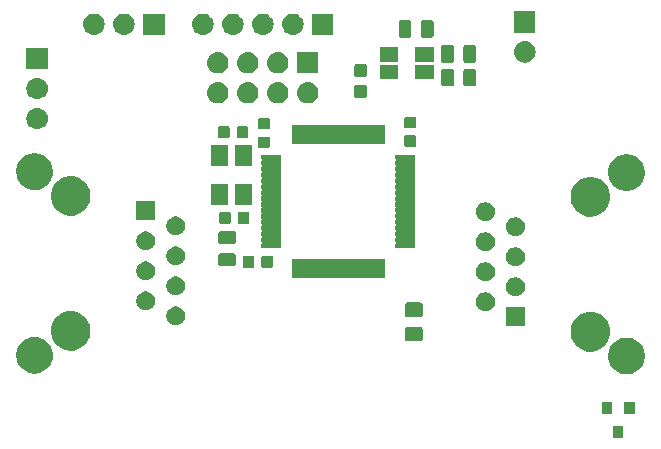
<source format=gbr>
G04 #@! TF.GenerationSoftware,KiCad,Pcbnew,(5.1.0)-1*
G04 #@! TF.CreationDate,2020-04-24T14:50:20+08:00*
G04 #@! TF.ProjectId,rs485_for_servo,72733438-355f-4666-9f72-5f736572766f,rev?*
G04 #@! TF.SameCoordinates,Original*
G04 #@! TF.FileFunction,Soldermask,Top*
G04 #@! TF.FilePolarity,Negative*
%FSLAX46Y46*%
G04 Gerber Fmt 4.6, Leading zero omitted, Abs format (unit mm)*
G04 Created by KiCad (PCBNEW (5.1.0)-1) date 2020-04-24 14:50:20*
%MOMM*%
%LPD*%
G04 APERTURE LIST*
%ADD10C,0.100000*%
G04 APERTURE END LIST*
D10*
G36*
X130051000Y-55701000D02*
G01*
X129149000Y-55701000D01*
X129149000Y-54699000D01*
X130051000Y-54699000D01*
X130051000Y-55701000D01*
X130051000Y-55701000D01*
G37*
G36*
X131001000Y-53701000D02*
G01*
X130099000Y-53701000D01*
X130099000Y-52699000D01*
X131001000Y-52699000D01*
X131001000Y-53701000D01*
X131001000Y-53701000D01*
G37*
G36*
X129101000Y-53701000D02*
G01*
X128199000Y-53701000D01*
X128199000Y-52699000D01*
X129101000Y-52699000D01*
X129101000Y-53701000D01*
X129101000Y-53701000D01*
G37*
G36*
X130606585Y-47269802D02*
G01*
X130756410Y-47299604D01*
X131038674Y-47416521D01*
X131292705Y-47586259D01*
X131508741Y-47802295D01*
X131678479Y-48056326D01*
X131795396Y-48338590D01*
X131809998Y-48412000D01*
X131839883Y-48562239D01*
X131855000Y-48638240D01*
X131855000Y-48943760D01*
X131795396Y-49243410D01*
X131678479Y-49525674D01*
X131508741Y-49779705D01*
X131292705Y-49995741D01*
X131038674Y-50165479D01*
X130756410Y-50282396D01*
X130606585Y-50312198D01*
X130456761Y-50342000D01*
X130151239Y-50342000D01*
X130001415Y-50312198D01*
X129851590Y-50282396D01*
X129569326Y-50165479D01*
X129315295Y-49995741D01*
X129099259Y-49779705D01*
X128929521Y-49525674D01*
X128812604Y-49243410D01*
X128753000Y-48943760D01*
X128753000Y-48638240D01*
X128768118Y-48562239D01*
X128798002Y-48412000D01*
X128812604Y-48338590D01*
X128929521Y-48056326D01*
X129099259Y-47802295D01*
X129315295Y-47586259D01*
X129569326Y-47416521D01*
X129851590Y-47299604D01*
X130001415Y-47269802D01*
X130151239Y-47240000D01*
X130456761Y-47240000D01*
X130606585Y-47269802D01*
X130606585Y-47269802D01*
G37*
G36*
X80502585Y-47193802D02*
G01*
X80652410Y-47223604D01*
X80934674Y-47340521D01*
X81188705Y-47510259D01*
X81404741Y-47726295D01*
X81574479Y-47980326D01*
X81691396Y-48262590D01*
X81708304Y-48347592D01*
X81751000Y-48562239D01*
X81751000Y-48867761D01*
X81721198Y-49017585D01*
X81691396Y-49167410D01*
X81574479Y-49449674D01*
X81404741Y-49703705D01*
X81188705Y-49919741D01*
X80934674Y-50089479D01*
X80652410Y-50206396D01*
X80502585Y-50236198D01*
X80352761Y-50266000D01*
X80047239Y-50266000D01*
X79897415Y-50236198D01*
X79747590Y-50206396D01*
X79465326Y-50089479D01*
X79211295Y-49919741D01*
X78995259Y-49703705D01*
X78825521Y-49449674D01*
X78708604Y-49167410D01*
X78678802Y-49017585D01*
X78649000Y-48867761D01*
X78649000Y-48562239D01*
X78691696Y-48347592D01*
X78708604Y-48262590D01*
X78825521Y-47980326D01*
X78995259Y-47726295D01*
X79211295Y-47510259D01*
X79465326Y-47340521D01*
X79747590Y-47223604D01*
X79897415Y-47193802D01*
X80047239Y-47164000D01*
X80352761Y-47164000D01*
X80502585Y-47193802D01*
X80502585Y-47193802D01*
G37*
G36*
X127580971Y-45092204D02*
G01*
X127742871Y-45124408D01*
X128047883Y-45250748D01*
X128322387Y-45434166D01*
X128555834Y-45667613D01*
X128739252Y-45942117D01*
X128865592Y-46247129D01*
X128875910Y-46299000D01*
X128917217Y-46506661D01*
X128930000Y-46570928D01*
X128930000Y-46901072D01*
X128865592Y-47224871D01*
X128739252Y-47529883D01*
X128555834Y-47804387D01*
X128322387Y-48037834D01*
X128047883Y-48221252D01*
X127742871Y-48347592D01*
X127419073Y-48412000D01*
X127088927Y-48412000D01*
X126765129Y-48347592D01*
X126460117Y-48221252D01*
X126185613Y-48037834D01*
X125952166Y-47804387D01*
X125768748Y-47529883D01*
X125642408Y-47224871D01*
X125578000Y-46901072D01*
X125578000Y-46570928D01*
X125590784Y-46506661D01*
X125632090Y-46299000D01*
X125642408Y-46247129D01*
X125768748Y-45942117D01*
X125952166Y-45667613D01*
X126185613Y-45434166D01*
X126460117Y-45250748D01*
X126765129Y-45124408D01*
X126927029Y-45092204D01*
X127088927Y-45060000D01*
X127419073Y-45060000D01*
X127580971Y-45092204D01*
X127580971Y-45092204D01*
G37*
G36*
X83548718Y-45010584D02*
G01*
X83738871Y-45048408D01*
X84043883Y-45174748D01*
X84318387Y-45358166D01*
X84551834Y-45591613D01*
X84735252Y-45866117D01*
X84861592Y-46171129D01*
X84876709Y-46247129D01*
X84911819Y-46423633D01*
X84926000Y-46494928D01*
X84926000Y-46825072D01*
X84861592Y-47148871D01*
X84735252Y-47453883D01*
X84551834Y-47728387D01*
X84318387Y-47961834D01*
X84043883Y-48145252D01*
X83738871Y-48271592D01*
X83415073Y-48336000D01*
X83084927Y-48336000D01*
X82923029Y-48303796D01*
X82761129Y-48271592D01*
X82456117Y-48145252D01*
X82181613Y-47961834D01*
X81948166Y-47728387D01*
X81764748Y-47453883D01*
X81638408Y-47148871D01*
X81574000Y-46825072D01*
X81574000Y-46494928D01*
X81588182Y-46423633D01*
X81623291Y-46247129D01*
X81638408Y-46171129D01*
X81764748Y-45866117D01*
X81948166Y-45591613D01*
X82181613Y-45358166D01*
X82456117Y-45174748D01*
X82761129Y-45048408D01*
X82951282Y-45010584D01*
X83084927Y-44984000D01*
X83415073Y-44984000D01*
X83548718Y-45010584D01*
X83548718Y-45010584D01*
G37*
G36*
X112888674Y-46303465D02*
G01*
X112926367Y-46314899D01*
X112961103Y-46333466D01*
X112991548Y-46358452D01*
X113016534Y-46388897D01*
X113035101Y-46423633D01*
X113046535Y-46461326D01*
X113051000Y-46506661D01*
X113051000Y-47343339D01*
X113046535Y-47388674D01*
X113035101Y-47426367D01*
X113016534Y-47461103D01*
X112991548Y-47491548D01*
X112961103Y-47516534D01*
X112926367Y-47535101D01*
X112888674Y-47546535D01*
X112843339Y-47551000D01*
X111756661Y-47551000D01*
X111711326Y-47546535D01*
X111673633Y-47535101D01*
X111638897Y-47516534D01*
X111608452Y-47491548D01*
X111583466Y-47461103D01*
X111564899Y-47426367D01*
X111553465Y-47388674D01*
X111549000Y-47343339D01*
X111549000Y-46506661D01*
X111553465Y-46461326D01*
X111564899Y-46423633D01*
X111583466Y-46388897D01*
X111608452Y-46358452D01*
X111638897Y-46333466D01*
X111673633Y-46314899D01*
X111711326Y-46303465D01*
X111756661Y-46299000D01*
X112843339Y-46299000D01*
X112888674Y-46303465D01*
X112888674Y-46303465D01*
G37*
G36*
X121705000Y-46267000D02*
G01*
X120103000Y-46267000D01*
X120103000Y-44665000D01*
X121705000Y-44665000D01*
X121705000Y-46267000D01*
X121705000Y-46267000D01*
G37*
G36*
X92373642Y-44619781D02*
G01*
X92519414Y-44680162D01*
X92519416Y-44680163D01*
X92650608Y-44767822D01*
X92762178Y-44879392D01*
X92849837Y-45010584D01*
X92849838Y-45010586D01*
X92910219Y-45156358D01*
X92941000Y-45311107D01*
X92941000Y-45468893D01*
X92910219Y-45623642D01*
X92849838Y-45769414D01*
X92849837Y-45769416D01*
X92762178Y-45900608D01*
X92650608Y-46012178D01*
X92519416Y-46099837D01*
X92519415Y-46099838D01*
X92519414Y-46099838D01*
X92373642Y-46160219D01*
X92218893Y-46191000D01*
X92061107Y-46191000D01*
X91906358Y-46160219D01*
X91760586Y-46099838D01*
X91760585Y-46099838D01*
X91760584Y-46099837D01*
X91629392Y-46012178D01*
X91517822Y-45900608D01*
X91430163Y-45769416D01*
X91430162Y-45769414D01*
X91369781Y-45623642D01*
X91339000Y-45468893D01*
X91339000Y-45311107D01*
X91369781Y-45156358D01*
X91430162Y-45010586D01*
X91430163Y-45010584D01*
X91517822Y-44879392D01*
X91629392Y-44767822D01*
X91760584Y-44680163D01*
X91760586Y-44680162D01*
X91906358Y-44619781D01*
X92061107Y-44589000D01*
X92218893Y-44589000D01*
X92373642Y-44619781D01*
X92373642Y-44619781D01*
G37*
G36*
X112888674Y-44253465D02*
G01*
X112926367Y-44264899D01*
X112961103Y-44283466D01*
X112991548Y-44308452D01*
X113016534Y-44338897D01*
X113035101Y-44373633D01*
X113046535Y-44411326D01*
X113051000Y-44456661D01*
X113051000Y-45293339D01*
X113046535Y-45338674D01*
X113035101Y-45376367D01*
X113016534Y-45411103D01*
X112991548Y-45441548D01*
X112961103Y-45466534D01*
X112926367Y-45485101D01*
X112888674Y-45496535D01*
X112843339Y-45501000D01*
X111756661Y-45501000D01*
X111711326Y-45496535D01*
X111673633Y-45485101D01*
X111638897Y-45466534D01*
X111608452Y-45441548D01*
X111583466Y-45411103D01*
X111564899Y-45376367D01*
X111553465Y-45338674D01*
X111549000Y-45293339D01*
X111549000Y-44456661D01*
X111553465Y-44411326D01*
X111564899Y-44373633D01*
X111583466Y-44338897D01*
X111608452Y-44308452D01*
X111638897Y-44283466D01*
X111673633Y-44264899D01*
X111711326Y-44253465D01*
X111756661Y-44249000D01*
X112843339Y-44249000D01*
X112888674Y-44253465D01*
X112888674Y-44253465D01*
G37*
G36*
X118597642Y-43425781D02*
G01*
X118743414Y-43486162D01*
X118743416Y-43486163D01*
X118874608Y-43573822D01*
X118986178Y-43685392D01*
X119023057Y-43740586D01*
X119073838Y-43816586D01*
X119134219Y-43962358D01*
X119165000Y-44117107D01*
X119165000Y-44274893D01*
X119134219Y-44429642D01*
X119096305Y-44521173D01*
X119073837Y-44575416D01*
X118986178Y-44706608D01*
X118874608Y-44818178D01*
X118743416Y-44905837D01*
X118743415Y-44905838D01*
X118743414Y-44905838D01*
X118597642Y-44966219D01*
X118442893Y-44997000D01*
X118285107Y-44997000D01*
X118130358Y-44966219D01*
X117984586Y-44905838D01*
X117984585Y-44905838D01*
X117984584Y-44905837D01*
X117853392Y-44818178D01*
X117741822Y-44706608D01*
X117654163Y-44575416D01*
X117631695Y-44521173D01*
X117593781Y-44429642D01*
X117563000Y-44274893D01*
X117563000Y-44117107D01*
X117593781Y-43962358D01*
X117654162Y-43816586D01*
X117704943Y-43740586D01*
X117741822Y-43685392D01*
X117853392Y-43573822D01*
X117984584Y-43486163D01*
X117984586Y-43486162D01*
X118130358Y-43425781D01*
X118285107Y-43395000D01*
X118442893Y-43395000D01*
X118597642Y-43425781D01*
X118597642Y-43425781D01*
G37*
G36*
X89833642Y-43349781D02*
G01*
X89979414Y-43410162D01*
X89979416Y-43410163D01*
X90110608Y-43497822D01*
X90222178Y-43609392D01*
X90309837Y-43740584D01*
X90309838Y-43740586D01*
X90370219Y-43886358D01*
X90401000Y-44041107D01*
X90401000Y-44198893D01*
X90370219Y-44353642D01*
X90338738Y-44429643D01*
X90309837Y-44499416D01*
X90222178Y-44630608D01*
X90110608Y-44742178D01*
X89979416Y-44829837D01*
X89979415Y-44829838D01*
X89979414Y-44829838D01*
X89833642Y-44890219D01*
X89678893Y-44921000D01*
X89521107Y-44921000D01*
X89366358Y-44890219D01*
X89220586Y-44829838D01*
X89220585Y-44829838D01*
X89220584Y-44829837D01*
X89089392Y-44742178D01*
X88977822Y-44630608D01*
X88890163Y-44499416D01*
X88861262Y-44429643D01*
X88829781Y-44353642D01*
X88799000Y-44198893D01*
X88799000Y-44041107D01*
X88829781Y-43886358D01*
X88890162Y-43740586D01*
X88890163Y-43740584D01*
X88977822Y-43609392D01*
X89089392Y-43497822D01*
X89220584Y-43410163D01*
X89220586Y-43410162D01*
X89366358Y-43349781D01*
X89521107Y-43319000D01*
X89678893Y-43319000D01*
X89833642Y-43349781D01*
X89833642Y-43349781D01*
G37*
G36*
X121137642Y-42155781D02*
G01*
X121283414Y-42216162D01*
X121283416Y-42216163D01*
X121414608Y-42303822D01*
X121526178Y-42415392D01*
X121563057Y-42470586D01*
X121613838Y-42546586D01*
X121674219Y-42692358D01*
X121705000Y-42847107D01*
X121705000Y-43004893D01*
X121674219Y-43159642D01*
X121613838Y-43305414D01*
X121613837Y-43305416D01*
X121526178Y-43436608D01*
X121414608Y-43548178D01*
X121283416Y-43635837D01*
X121283415Y-43635838D01*
X121283414Y-43635838D01*
X121137642Y-43696219D01*
X120982893Y-43727000D01*
X120825107Y-43727000D01*
X120670358Y-43696219D01*
X120524586Y-43635838D01*
X120524585Y-43635838D01*
X120524584Y-43635837D01*
X120393392Y-43548178D01*
X120281822Y-43436608D01*
X120194163Y-43305416D01*
X120194162Y-43305414D01*
X120133781Y-43159642D01*
X120103000Y-43004893D01*
X120103000Y-42847107D01*
X120133781Y-42692358D01*
X120194162Y-42546586D01*
X120244943Y-42470586D01*
X120281822Y-42415392D01*
X120393392Y-42303822D01*
X120524584Y-42216163D01*
X120524586Y-42216162D01*
X120670358Y-42155781D01*
X120825107Y-42125000D01*
X120982893Y-42125000D01*
X121137642Y-42155781D01*
X121137642Y-42155781D01*
G37*
G36*
X92373642Y-42079781D02*
G01*
X92516512Y-42138960D01*
X92519416Y-42140163D01*
X92650608Y-42227822D01*
X92762178Y-42339392D01*
X92849837Y-42470584D01*
X92849838Y-42470586D01*
X92910219Y-42616358D01*
X92941000Y-42771107D01*
X92941000Y-42928893D01*
X92910219Y-43083642D01*
X92878738Y-43159643D01*
X92849837Y-43229416D01*
X92762178Y-43360608D01*
X92650608Y-43472178D01*
X92519416Y-43559837D01*
X92519415Y-43559838D01*
X92519414Y-43559838D01*
X92373642Y-43620219D01*
X92218893Y-43651000D01*
X92061107Y-43651000D01*
X91906358Y-43620219D01*
X91760586Y-43559838D01*
X91760585Y-43559838D01*
X91760584Y-43559837D01*
X91629392Y-43472178D01*
X91517822Y-43360608D01*
X91430163Y-43229416D01*
X91401262Y-43159643D01*
X91369781Y-43083642D01*
X91339000Y-42928893D01*
X91339000Y-42771107D01*
X91369781Y-42616358D01*
X91430162Y-42470586D01*
X91430163Y-42470584D01*
X91517822Y-42339392D01*
X91629392Y-42227822D01*
X91760584Y-42140163D01*
X91763488Y-42138960D01*
X91906358Y-42079781D01*
X92061107Y-42049000D01*
X92218893Y-42049000D01*
X92373642Y-42079781D01*
X92373642Y-42079781D01*
G37*
G36*
X118597642Y-40885781D02*
G01*
X118743414Y-40946162D01*
X118743416Y-40946163D01*
X118874608Y-41033822D01*
X118986178Y-41145392D01*
X119073837Y-41276584D01*
X119073838Y-41276586D01*
X119134219Y-41422358D01*
X119165000Y-41577107D01*
X119165000Y-41734893D01*
X119134219Y-41889642D01*
X119073838Y-42035414D01*
X119073837Y-42035416D01*
X118986178Y-42166608D01*
X118874608Y-42278178D01*
X118743416Y-42365837D01*
X118743415Y-42365838D01*
X118743414Y-42365838D01*
X118597642Y-42426219D01*
X118442893Y-42457000D01*
X118285107Y-42457000D01*
X118130358Y-42426219D01*
X117984586Y-42365838D01*
X117984585Y-42365838D01*
X117984584Y-42365837D01*
X117853392Y-42278178D01*
X117741822Y-42166608D01*
X117654163Y-42035416D01*
X117654162Y-42035414D01*
X117593781Y-41889642D01*
X117563000Y-41734893D01*
X117563000Y-41577107D01*
X117593781Y-41422358D01*
X117654162Y-41276586D01*
X117654163Y-41276584D01*
X117741822Y-41145392D01*
X117853392Y-41033822D01*
X117984584Y-40946163D01*
X117984586Y-40946162D01*
X118130358Y-40885781D01*
X118285107Y-40855000D01*
X118442893Y-40855000D01*
X118597642Y-40885781D01*
X118597642Y-40885781D01*
G37*
G36*
X89833642Y-40809781D02*
G01*
X89979414Y-40870162D01*
X89979416Y-40870163D01*
X90110608Y-40957822D01*
X90222178Y-41069392D01*
X90309837Y-41200584D01*
X90309838Y-41200586D01*
X90370219Y-41346358D01*
X90401000Y-41501107D01*
X90401000Y-41658893D01*
X90370219Y-41813642D01*
X90338738Y-41889643D01*
X90309837Y-41959416D01*
X90222178Y-42090608D01*
X90110608Y-42202178D01*
X89979416Y-42289837D01*
X89979415Y-42289838D01*
X89979414Y-42289838D01*
X89833642Y-42350219D01*
X89678893Y-42381000D01*
X89521107Y-42381000D01*
X89366358Y-42350219D01*
X89220586Y-42289838D01*
X89220585Y-42289838D01*
X89220584Y-42289837D01*
X89089392Y-42202178D01*
X88977822Y-42090608D01*
X88890163Y-41959416D01*
X88861262Y-41889643D01*
X88829781Y-41813642D01*
X88799000Y-41658893D01*
X88799000Y-41501107D01*
X88829781Y-41346358D01*
X88890162Y-41200586D01*
X88890163Y-41200584D01*
X88977822Y-41069392D01*
X89089392Y-40957822D01*
X89220584Y-40870163D01*
X89220586Y-40870162D01*
X89366358Y-40809781D01*
X89521107Y-40779000D01*
X89678893Y-40779000D01*
X89833642Y-40809781D01*
X89833642Y-40809781D01*
G37*
G36*
X102320295Y-40550323D02*
G01*
X102327309Y-40552451D01*
X102341077Y-40559810D01*
X102363716Y-40569187D01*
X102387749Y-40573967D01*
X102412253Y-40573967D01*
X102436286Y-40569186D01*
X102458923Y-40559810D01*
X102472691Y-40552451D01*
X102479705Y-40550323D01*
X102493140Y-40549000D01*
X102806860Y-40549000D01*
X102820295Y-40550323D01*
X102827309Y-40552451D01*
X102841077Y-40559810D01*
X102863716Y-40569187D01*
X102887749Y-40573967D01*
X102912253Y-40573967D01*
X102936286Y-40569186D01*
X102958923Y-40559810D01*
X102972691Y-40552451D01*
X102979705Y-40550323D01*
X102993140Y-40549000D01*
X103306860Y-40549000D01*
X103320295Y-40550323D01*
X103327309Y-40552451D01*
X103341077Y-40559810D01*
X103363716Y-40569187D01*
X103387749Y-40573967D01*
X103412253Y-40573967D01*
X103436286Y-40569186D01*
X103458923Y-40559810D01*
X103472691Y-40552451D01*
X103479705Y-40550323D01*
X103493140Y-40549000D01*
X103806860Y-40549000D01*
X103820295Y-40550323D01*
X103827309Y-40552451D01*
X103841077Y-40559810D01*
X103863716Y-40569187D01*
X103887749Y-40573967D01*
X103912253Y-40573967D01*
X103936286Y-40569186D01*
X103958923Y-40559810D01*
X103972691Y-40552451D01*
X103979705Y-40550323D01*
X103993140Y-40549000D01*
X104306860Y-40549000D01*
X104320295Y-40550323D01*
X104327309Y-40552451D01*
X104341077Y-40559810D01*
X104363716Y-40569187D01*
X104387749Y-40573967D01*
X104412253Y-40573967D01*
X104436286Y-40569186D01*
X104458923Y-40559810D01*
X104472691Y-40552451D01*
X104479705Y-40550323D01*
X104493140Y-40549000D01*
X104806860Y-40549000D01*
X104820295Y-40550323D01*
X104827309Y-40552451D01*
X104841077Y-40559810D01*
X104863716Y-40569187D01*
X104887749Y-40573967D01*
X104912253Y-40573967D01*
X104936286Y-40569186D01*
X104958923Y-40559810D01*
X104972691Y-40552451D01*
X104979705Y-40550323D01*
X104993140Y-40549000D01*
X105306860Y-40549000D01*
X105320295Y-40550323D01*
X105327309Y-40552451D01*
X105341077Y-40559810D01*
X105363716Y-40569187D01*
X105387749Y-40573967D01*
X105412253Y-40573967D01*
X105436286Y-40569186D01*
X105458923Y-40559810D01*
X105472691Y-40552451D01*
X105479705Y-40550323D01*
X105493140Y-40549000D01*
X105806860Y-40549000D01*
X105820295Y-40550323D01*
X105827309Y-40552451D01*
X105841077Y-40559810D01*
X105863716Y-40569187D01*
X105887749Y-40573967D01*
X105912253Y-40573967D01*
X105936286Y-40569186D01*
X105958923Y-40559810D01*
X105972691Y-40552451D01*
X105979705Y-40550323D01*
X105993140Y-40549000D01*
X106306860Y-40549000D01*
X106320295Y-40550323D01*
X106327309Y-40552451D01*
X106341077Y-40559810D01*
X106363716Y-40569187D01*
X106387749Y-40573967D01*
X106412253Y-40573967D01*
X106436286Y-40569186D01*
X106458923Y-40559810D01*
X106472691Y-40552451D01*
X106479705Y-40550323D01*
X106493140Y-40549000D01*
X106806860Y-40549000D01*
X106820295Y-40550323D01*
X106827309Y-40552451D01*
X106841077Y-40559810D01*
X106863716Y-40569187D01*
X106887749Y-40573967D01*
X106912253Y-40573967D01*
X106936286Y-40569186D01*
X106958923Y-40559810D01*
X106972691Y-40552451D01*
X106979705Y-40550323D01*
X106993140Y-40549000D01*
X107306860Y-40549000D01*
X107320295Y-40550323D01*
X107327309Y-40552451D01*
X107341077Y-40559810D01*
X107363716Y-40569187D01*
X107387749Y-40573967D01*
X107412253Y-40573967D01*
X107436286Y-40569186D01*
X107458923Y-40559810D01*
X107472691Y-40552451D01*
X107479705Y-40550323D01*
X107493140Y-40549000D01*
X107806860Y-40549000D01*
X107820295Y-40550323D01*
X107827309Y-40552451D01*
X107841077Y-40559810D01*
X107863716Y-40569187D01*
X107887749Y-40573967D01*
X107912253Y-40573967D01*
X107936286Y-40569186D01*
X107958923Y-40559810D01*
X107972691Y-40552451D01*
X107979705Y-40550323D01*
X107993140Y-40549000D01*
X108306860Y-40549000D01*
X108320295Y-40550323D01*
X108327309Y-40552451D01*
X108341077Y-40559810D01*
X108363716Y-40569187D01*
X108387749Y-40573967D01*
X108412253Y-40573967D01*
X108436286Y-40569186D01*
X108458923Y-40559810D01*
X108472691Y-40552451D01*
X108479705Y-40550323D01*
X108493140Y-40549000D01*
X108806860Y-40549000D01*
X108820295Y-40550323D01*
X108827309Y-40552451D01*
X108841077Y-40559810D01*
X108863716Y-40569187D01*
X108887749Y-40573967D01*
X108912253Y-40573967D01*
X108936286Y-40569186D01*
X108958923Y-40559810D01*
X108972691Y-40552451D01*
X108979705Y-40550323D01*
X108993140Y-40549000D01*
X109306860Y-40549000D01*
X109320295Y-40550323D01*
X109327309Y-40552451D01*
X109341077Y-40559810D01*
X109363716Y-40569187D01*
X109387749Y-40573967D01*
X109412253Y-40573967D01*
X109436286Y-40569186D01*
X109458923Y-40559810D01*
X109472691Y-40552451D01*
X109479705Y-40550323D01*
X109493140Y-40549000D01*
X109806860Y-40549000D01*
X109820295Y-40550323D01*
X109827310Y-40552451D01*
X109833776Y-40555908D01*
X109839442Y-40560558D01*
X109844092Y-40566224D01*
X109847549Y-40572690D01*
X109849677Y-40579705D01*
X109851000Y-40593140D01*
X109851000Y-42156860D01*
X109849677Y-42170295D01*
X109847549Y-42177310D01*
X109844092Y-42183776D01*
X109839442Y-42189442D01*
X109833776Y-42194092D01*
X109827310Y-42197549D01*
X109820295Y-42199677D01*
X109806860Y-42201000D01*
X109493140Y-42201000D01*
X109479705Y-42199677D01*
X109472691Y-42197549D01*
X109458923Y-42190190D01*
X109436284Y-42180813D01*
X109412251Y-42176033D01*
X109387747Y-42176033D01*
X109363714Y-42180814D01*
X109341077Y-42190190D01*
X109327309Y-42197549D01*
X109320295Y-42199677D01*
X109306860Y-42201000D01*
X108993140Y-42201000D01*
X108979705Y-42199677D01*
X108972691Y-42197549D01*
X108958923Y-42190190D01*
X108936284Y-42180813D01*
X108912251Y-42176033D01*
X108887747Y-42176033D01*
X108863714Y-42180814D01*
X108841077Y-42190190D01*
X108827309Y-42197549D01*
X108820295Y-42199677D01*
X108806860Y-42201000D01*
X108493140Y-42201000D01*
X108479705Y-42199677D01*
X108472691Y-42197549D01*
X108458923Y-42190190D01*
X108436284Y-42180813D01*
X108412251Y-42176033D01*
X108387747Y-42176033D01*
X108363714Y-42180814D01*
X108341077Y-42190190D01*
X108327309Y-42197549D01*
X108320295Y-42199677D01*
X108306860Y-42201000D01*
X107993140Y-42201000D01*
X107979705Y-42199677D01*
X107972691Y-42197549D01*
X107958923Y-42190190D01*
X107936284Y-42180813D01*
X107912251Y-42176033D01*
X107887747Y-42176033D01*
X107863714Y-42180814D01*
X107841077Y-42190190D01*
X107827309Y-42197549D01*
X107820295Y-42199677D01*
X107806860Y-42201000D01*
X107493140Y-42201000D01*
X107479705Y-42199677D01*
X107472691Y-42197549D01*
X107458923Y-42190190D01*
X107436284Y-42180813D01*
X107412251Y-42176033D01*
X107387747Y-42176033D01*
X107363714Y-42180814D01*
X107341077Y-42190190D01*
X107327309Y-42197549D01*
X107320295Y-42199677D01*
X107306860Y-42201000D01*
X106993140Y-42201000D01*
X106979705Y-42199677D01*
X106972691Y-42197549D01*
X106958923Y-42190190D01*
X106936284Y-42180813D01*
X106912251Y-42176033D01*
X106887747Y-42176033D01*
X106863714Y-42180814D01*
X106841077Y-42190190D01*
X106827309Y-42197549D01*
X106820295Y-42199677D01*
X106806860Y-42201000D01*
X106493140Y-42201000D01*
X106479705Y-42199677D01*
X106472691Y-42197549D01*
X106458923Y-42190190D01*
X106436284Y-42180813D01*
X106412251Y-42176033D01*
X106387747Y-42176033D01*
X106363714Y-42180814D01*
X106341077Y-42190190D01*
X106327309Y-42197549D01*
X106320295Y-42199677D01*
X106306860Y-42201000D01*
X105993140Y-42201000D01*
X105979705Y-42199677D01*
X105972691Y-42197549D01*
X105958923Y-42190190D01*
X105936284Y-42180813D01*
X105912251Y-42176033D01*
X105887747Y-42176033D01*
X105863714Y-42180814D01*
X105841077Y-42190190D01*
X105827309Y-42197549D01*
X105820295Y-42199677D01*
X105806860Y-42201000D01*
X105493140Y-42201000D01*
X105479705Y-42199677D01*
X105472691Y-42197549D01*
X105458923Y-42190190D01*
X105436284Y-42180813D01*
X105412251Y-42176033D01*
X105387747Y-42176033D01*
X105363714Y-42180814D01*
X105341077Y-42190190D01*
X105327309Y-42197549D01*
X105320295Y-42199677D01*
X105306860Y-42201000D01*
X104993140Y-42201000D01*
X104979705Y-42199677D01*
X104972691Y-42197549D01*
X104958923Y-42190190D01*
X104936284Y-42180813D01*
X104912251Y-42176033D01*
X104887747Y-42176033D01*
X104863714Y-42180814D01*
X104841077Y-42190190D01*
X104827309Y-42197549D01*
X104820295Y-42199677D01*
X104806860Y-42201000D01*
X104493140Y-42201000D01*
X104479705Y-42199677D01*
X104472691Y-42197549D01*
X104458923Y-42190190D01*
X104436284Y-42180813D01*
X104412251Y-42176033D01*
X104387747Y-42176033D01*
X104363714Y-42180814D01*
X104341077Y-42190190D01*
X104327309Y-42197549D01*
X104320295Y-42199677D01*
X104306860Y-42201000D01*
X103993140Y-42201000D01*
X103979705Y-42199677D01*
X103972691Y-42197549D01*
X103958923Y-42190190D01*
X103936284Y-42180813D01*
X103912251Y-42176033D01*
X103887747Y-42176033D01*
X103863714Y-42180814D01*
X103841077Y-42190190D01*
X103827309Y-42197549D01*
X103820295Y-42199677D01*
X103806860Y-42201000D01*
X103493140Y-42201000D01*
X103479705Y-42199677D01*
X103472691Y-42197549D01*
X103458923Y-42190190D01*
X103436284Y-42180813D01*
X103412251Y-42176033D01*
X103387747Y-42176033D01*
X103363714Y-42180814D01*
X103341077Y-42190190D01*
X103327309Y-42197549D01*
X103320295Y-42199677D01*
X103306860Y-42201000D01*
X102993140Y-42201000D01*
X102979705Y-42199677D01*
X102972691Y-42197549D01*
X102958923Y-42190190D01*
X102936284Y-42180813D01*
X102912251Y-42176033D01*
X102887747Y-42176033D01*
X102863714Y-42180814D01*
X102841077Y-42190190D01*
X102827309Y-42197549D01*
X102820295Y-42199677D01*
X102806860Y-42201000D01*
X102493140Y-42201000D01*
X102479705Y-42199677D01*
X102472691Y-42197549D01*
X102458923Y-42190190D01*
X102436284Y-42180813D01*
X102412251Y-42176033D01*
X102387747Y-42176033D01*
X102363714Y-42180814D01*
X102341077Y-42190190D01*
X102327309Y-42197549D01*
X102320295Y-42199677D01*
X102306860Y-42201000D01*
X101993140Y-42201000D01*
X101979705Y-42199677D01*
X101972690Y-42197549D01*
X101966224Y-42194092D01*
X101960558Y-42189442D01*
X101955908Y-42183776D01*
X101952451Y-42177310D01*
X101950323Y-42170295D01*
X101949000Y-42156860D01*
X101949000Y-40593140D01*
X101950323Y-40579705D01*
X101952451Y-40572690D01*
X101955908Y-40566224D01*
X101960558Y-40560558D01*
X101966224Y-40555908D01*
X101972690Y-40552451D01*
X101979705Y-40550323D01*
X101993140Y-40549000D01*
X102306860Y-40549000D01*
X102320295Y-40550323D01*
X102320295Y-40550323D01*
G37*
G36*
X98654591Y-40278085D02*
G01*
X98688569Y-40288393D01*
X98719890Y-40305134D01*
X98747339Y-40327661D01*
X98769866Y-40355110D01*
X98786607Y-40386431D01*
X98796915Y-40420409D01*
X98801000Y-40461890D01*
X98801000Y-41138110D01*
X98796915Y-41179591D01*
X98786607Y-41213569D01*
X98769866Y-41244890D01*
X98747339Y-41272339D01*
X98719890Y-41294866D01*
X98688569Y-41311607D01*
X98654591Y-41321915D01*
X98613110Y-41326000D01*
X98011890Y-41326000D01*
X97970409Y-41321915D01*
X97936431Y-41311607D01*
X97905110Y-41294866D01*
X97877661Y-41272339D01*
X97855134Y-41244890D01*
X97838393Y-41213569D01*
X97828085Y-41179591D01*
X97824000Y-41138110D01*
X97824000Y-40461890D01*
X97828085Y-40420409D01*
X97838393Y-40386431D01*
X97855134Y-40355110D01*
X97877661Y-40327661D01*
X97905110Y-40305134D01*
X97936431Y-40288393D01*
X97970409Y-40278085D01*
X98011890Y-40274000D01*
X98613110Y-40274000D01*
X98654591Y-40278085D01*
X98654591Y-40278085D01*
G37*
G36*
X100229591Y-40278085D02*
G01*
X100263569Y-40288393D01*
X100294890Y-40305134D01*
X100322339Y-40327661D01*
X100344866Y-40355110D01*
X100361607Y-40386431D01*
X100371915Y-40420409D01*
X100376000Y-40461890D01*
X100376000Y-41138110D01*
X100371915Y-41179591D01*
X100361607Y-41213569D01*
X100344866Y-41244890D01*
X100322339Y-41272339D01*
X100294890Y-41294866D01*
X100263569Y-41311607D01*
X100229591Y-41321915D01*
X100188110Y-41326000D01*
X99586890Y-41326000D01*
X99545409Y-41321915D01*
X99511431Y-41311607D01*
X99480110Y-41294866D01*
X99452661Y-41272339D01*
X99430134Y-41244890D01*
X99413393Y-41213569D01*
X99403085Y-41179591D01*
X99399000Y-41138110D01*
X99399000Y-40461890D01*
X99403085Y-40420409D01*
X99413393Y-40386431D01*
X99430134Y-40355110D01*
X99452661Y-40327661D01*
X99480110Y-40305134D01*
X99511431Y-40288393D01*
X99545409Y-40278085D01*
X99586890Y-40274000D01*
X100188110Y-40274000D01*
X100229591Y-40278085D01*
X100229591Y-40278085D01*
G37*
G36*
X121137642Y-39615781D02*
G01*
X121283414Y-39676162D01*
X121283416Y-39676163D01*
X121414608Y-39763822D01*
X121526178Y-39875392D01*
X121563057Y-39930586D01*
X121613838Y-40006586D01*
X121674219Y-40152358D01*
X121705000Y-40307107D01*
X121705000Y-40464893D01*
X121674219Y-40619642D01*
X121613838Y-40765414D01*
X121613837Y-40765416D01*
X121526178Y-40896608D01*
X121414608Y-41008178D01*
X121283416Y-41095837D01*
X121283415Y-41095838D01*
X121283414Y-41095838D01*
X121137642Y-41156219D01*
X120982893Y-41187000D01*
X120825107Y-41187000D01*
X120670358Y-41156219D01*
X120524586Y-41095838D01*
X120524585Y-41095838D01*
X120524584Y-41095837D01*
X120393392Y-41008178D01*
X120281822Y-40896608D01*
X120194163Y-40765416D01*
X120194162Y-40765414D01*
X120133781Y-40619642D01*
X120103000Y-40464893D01*
X120103000Y-40307107D01*
X120133781Y-40152358D01*
X120194162Y-40006586D01*
X120244943Y-39930586D01*
X120281822Y-39875392D01*
X120393392Y-39763822D01*
X120524584Y-39676163D01*
X120524586Y-39676162D01*
X120670358Y-39615781D01*
X120825107Y-39585000D01*
X120982893Y-39585000D01*
X121137642Y-39615781D01*
X121137642Y-39615781D01*
G37*
G36*
X97084468Y-40103565D02*
G01*
X97123138Y-40115296D01*
X97158777Y-40134346D01*
X97190017Y-40159983D01*
X97215654Y-40191223D01*
X97234704Y-40226862D01*
X97246435Y-40265532D01*
X97251000Y-40311888D01*
X97251000Y-40963112D01*
X97246435Y-41009468D01*
X97234704Y-41048138D01*
X97215654Y-41083777D01*
X97190017Y-41115017D01*
X97158777Y-41140654D01*
X97123138Y-41159704D01*
X97084468Y-41171435D01*
X97038112Y-41176000D01*
X95961888Y-41176000D01*
X95915532Y-41171435D01*
X95876862Y-41159704D01*
X95841223Y-41140654D01*
X95809983Y-41115017D01*
X95784346Y-41083777D01*
X95765296Y-41048138D01*
X95753565Y-41009468D01*
X95749000Y-40963112D01*
X95749000Y-40311888D01*
X95753565Y-40265532D01*
X95765296Y-40226862D01*
X95784346Y-40191223D01*
X95809983Y-40159983D01*
X95841223Y-40134346D01*
X95876862Y-40115296D01*
X95915532Y-40103565D01*
X95961888Y-40099000D01*
X97038112Y-40099000D01*
X97084468Y-40103565D01*
X97084468Y-40103565D01*
G37*
G36*
X92373642Y-39539781D02*
G01*
X92519414Y-39600162D01*
X92519416Y-39600163D01*
X92650608Y-39687822D01*
X92762178Y-39799392D01*
X92849837Y-39930584D01*
X92849838Y-39930586D01*
X92910219Y-40076358D01*
X92941000Y-40231107D01*
X92941000Y-40388893D01*
X92910219Y-40543642D01*
X92866371Y-40649500D01*
X92849837Y-40689416D01*
X92762178Y-40820608D01*
X92650608Y-40932178D01*
X92519416Y-41019837D01*
X92519415Y-41019838D01*
X92519414Y-41019838D01*
X92373642Y-41080219D01*
X92218893Y-41111000D01*
X92061107Y-41111000D01*
X91906358Y-41080219D01*
X91760586Y-41019838D01*
X91760585Y-41019838D01*
X91760584Y-41019837D01*
X91629392Y-40932178D01*
X91517822Y-40820608D01*
X91430163Y-40689416D01*
X91413629Y-40649500D01*
X91369781Y-40543642D01*
X91339000Y-40388893D01*
X91339000Y-40231107D01*
X91369781Y-40076358D01*
X91430162Y-39930586D01*
X91430163Y-39930584D01*
X91517822Y-39799392D01*
X91629392Y-39687822D01*
X91760584Y-39600163D01*
X91760586Y-39600162D01*
X91906358Y-39539781D01*
X92061107Y-39509000D01*
X92218893Y-39509000D01*
X92373642Y-39539781D01*
X92373642Y-39539781D01*
G37*
G36*
X118597642Y-38345781D02*
G01*
X118743414Y-38406162D01*
X118743416Y-38406163D01*
X118874608Y-38493822D01*
X118986178Y-38605392D01*
X119073638Y-38736286D01*
X119073838Y-38736586D01*
X119134219Y-38882358D01*
X119165000Y-39037107D01*
X119165000Y-39194893D01*
X119134219Y-39349642D01*
X119073838Y-39495414D01*
X119073837Y-39495416D01*
X118986178Y-39626608D01*
X118874608Y-39738178D01*
X118743416Y-39825837D01*
X118743415Y-39825838D01*
X118743414Y-39825838D01*
X118597642Y-39886219D01*
X118442893Y-39917000D01*
X118285107Y-39917000D01*
X118130358Y-39886219D01*
X117984586Y-39825838D01*
X117984585Y-39825838D01*
X117984584Y-39825837D01*
X117853392Y-39738178D01*
X117741822Y-39626608D01*
X117654163Y-39495416D01*
X117654162Y-39495414D01*
X117593781Y-39349642D01*
X117563000Y-39194893D01*
X117563000Y-39037107D01*
X117593781Y-38882358D01*
X117654162Y-38736586D01*
X117654362Y-38736286D01*
X117741822Y-38605392D01*
X117853392Y-38493822D01*
X117984584Y-38406163D01*
X117984586Y-38406162D01*
X118130358Y-38345781D01*
X118285107Y-38315000D01*
X118442893Y-38315000D01*
X118597642Y-38345781D01*
X118597642Y-38345781D01*
G37*
G36*
X89833642Y-38269781D02*
G01*
X89979414Y-38330162D01*
X89979416Y-38330163D01*
X90110608Y-38417822D01*
X90222178Y-38529392D01*
X90302143Y-38649069D01*
X90309838Y-38660586D01*
X90370219Y-38806358D01*
X90401000Y-38961107D01*
X90401000Y-39118893D01*
X90370219Y-39273642D01*
X90338738Y-39349643D01*
X90309837Y-39419416D01*
X90222178Y-39550608D01*
X90110608Y-39662178D01*
X89979416Y-39749837D01*
X89979415Y-39749838D01*
X89979414Y-39749838D01*
X89833642Y-39810219D01*
X89678893Y-39841000D01*
X89521107Y-39841000D01*
X89366358Y-39810219D01*
X89220586Y-39749838D01*
X89220585Y-39749838D01*
X89220584Y-39749837D01*
X89089392Y-39662178D01*
X88977822Y-39550608D01*
X88890163Y-39419416D01*
X88861262Y-39349643D01*
X88829781Y-39273642D01*
X88799000Y-39118893D01*
X88799000Y-38961107D01*
X88829781Y-38806358D01*
X88890162Y-38660586D01*
X88897857Y-38649069D01*
X88977822Y-38529392D01*
X89089392Y-38417822D01*
X89220584Y-38330163D01*
X89220586Y-38330162D01*
X89366358Y-38269781D01*
X89521107Y-38239000D01*
X89678893Y-38239000D01*
X89833642Y-38269781D01*
X89833642Y-38269781D01*
G37*
G36*
X101020295Y-31750323D02*
G01*
X101027310Y-31752451D01*
X101033776Y-31755908D01*
X101039442Y-31760558D01*
X101044092Y-31766224D01*
X101047549Y-31772690D01*
X101049677Y-31779705D01*
X101051000Y-31793140D01*
X101051000Y-32106860D01*
X101049677Y-32120295D01*
X101047549Y-32127309D01*
X101040190Y-32141077D01*
X101030813Y-32163716D01*
X101026033Y-32187749D01*
X101026033Y-32212253D01*
X101030814Y-32236286D01*
X101040190Y-32258923D01*
X101047549Y-32272691D01*
X101049677Y-32279705D01*
X101051000Y-32293140D01*
X101051000Y-32606860D01*
X101049677Y-32620295D01*
X101047549Y-32627309D01*
X101040190Y-32641077D01*
X101030813Y-32663716D01*
X101026033Y-32687749D01*
X101026033Y-32712253D01*
X101030814Y-32736286D01*
X101040190Y-32758923D01*
X101047549Y-32772691D01*
X101049677Y-32779705D01*
X101051000Y-32793140D01*
X101051000Y-33106860D01*
X101049677Y-33120295D01*
X101047549Y-33127309D01*
X101040190Y-33141077D01*
X101030813Y-33163716D01*
X101026033Y-33187749D01*
X101026033Y-33212253D01*
X101030814Y-33236286D01*
X101040190Y-33258923D01*
X101047549Y-33272691D01*
X101049677Y-33279705D01*
X101051000Y-33293140D01*
X101051000Y-33606860D01*
X101049677Y-33620295D01*
X101047549Y-33627309D01*
X101040190Y-33641077D01*
X101030813Y-33663716D01*
X101026033Y-33687749D01*
X101026033Y-33712253D01*
X101030814Y-33736286D01*
X101040190Y-33758923D01*
X101047549Y-33772691D01*
X101049677Y-33779705D01*
X101051000Y-33793140D01*
X101051000Y-34106860D01*
X101049677Y-34120295D01*
X101047549Y-34127309D01*
X101040190Y-34141077D01*
X101030813Y-34163716D01*
X101026033Y-34187749D01*
X101026033Y-34212253D01*
X101030814Y-34236286D01*
X101040190Y-34258923D01*
X101047549Y-34272691D01*
X101049677Y-34279705D01*
X101051000Y-34293140D01*
X101051000Y-34606860D01*
X101049677Y-34620295D01*
X101047549Y-34627309D01*
X101040190Y-34641077D01*
X101030813Y-34663716D01*
X101026033Y-34687749D01*
X101026033Y-34712253D01*
X101030814Y-34736286D01*
X101040190Y-34758923D01*
X101047549Y-34772691D01*
X101049677Y-34779705D01*
X101051000Y-34793140D01*
X101051000Y-35106860D01*
X101049677Y-35120295D01*
X101047549Y-35127309D01*
X101040190Y-35141077D01*
X101030813Y-35163716D01*
X101026033Y-35187749D01*
X101026033Y-35212253D01*
X101030814Y-35236286D01*
X101040190Y-35258923D01*
X101047549Y-35272691D01*
X101049677Y-35279705D01*
X101051000Y-35293140D01*
X101051000Y-35606860D01*
X101049677Y-35620295D01*
X101047549Y-35627309D01*
X101040190Y-35641077D01*
X101030813Y-35663716D01*
X101026033Y-35687749D01*
X101026033Y-35712253D01*
X101030814Y-35736286D01*
X101040190Y-35758923D01*
X101047549Y-35772691D01*
X101049677Y-35779705D01*
X101051000Y-35793140D01*
X101051000Y-36106860D01*
X101049677Y-36120295D01*
X101047549Y-36127309D01*
X101040190Y-36141077D01*
X101030813Y-36163716D01*
X101026033Y-36187749D01*
X101026033Y-36212253D01*
X101030814Y-36236286D01*
X101040190Y-36258923D01*
X101047549Y-36272691D01*
X101049677Y-36279705D01*
X101051000Y-36293140D01*
X101051000Y-36606860D01*
X101049677Y-36620295D01*
X101047549Y-36627309D01*
X101040190Y-36641077D01*
X101030813Y-36663716D01*
X101026033Y-36687749D01*
X101026033Y-36712253D01*
X101030814Y-36736286D01*
X101040190Y-36758923D01*
X101047549Y-36772691D01*
X101049677Y-36779705D01*
X101051000Y-36793140D01*
X101051000Y-37106860D01*
X101049677Y-37120295D01*
X101047549Y-37127309D01*
X101040190Y-37141077D01*
X101030813Y-37163716D01*
X101026033Y-37187749D01*
X101026033Y-37212253D01*
X101030814Y-37236286D01*
X101040190Y-37258923D01*
X101047549Y-37272691D01*
X101049677Y-37279705D01*
X101051000Y-37293140D01*
X101051000Y-37606860D01*
X101049677Y-37620295D01*
X101047549Y-37627309D01*
X101040190Y-37641077D01*
X101030813Y-37663716D01*
X101026033Y-37687749D01*
X101026033Y-37712253D01*
X101030814Y-37736286D01*
X101040190Y-37758923D01*
X101047549Y-37772691D01*
X101049677Y-37779705D01*
X101051000Y-37793140D01*
X101051000Y-38106860D01*
X101049677Y-38120295D01*
X101047549Y-38127309D01*
X101040190Y-38141077D01*
X101030813Y-38163716D01*
X101026033Y-38187749D01*
X101026033Y-38212253D01*
X101030814Y-38236286D01*
X101040190Y-38258923D01*
X101047549Y-38272691D01*
X101049677Y-38279705D01*
X101051000Y-38293140D01*
X101051000Y-38606860D01*
X101049677Y-38620295D01*
X101047549Y-38627309D01*
X101040190Y-38641077D01*
X101030813Y-38663716D01*
X101026033Y-38687749D01*
X101026033Y-38712253D01*
X101030814Y-38736286D01*
X101040190Y-38758923D01*
X101047549Y-38772691D01*
X101049677Y-38779705D01*
X101051000Y-38793140D01*
X101051000Y-39106860D01*
X101049677Y-39120295D01*
X101047549Y-39127309D01*
X101040190Y-39141077D01*
X101030813Y-39163716D01*
X101026033Y-39187749D01*
X101026033Y-39212253D01*
X101030814Y-39236286D01*
X101040190Y-39258923D01*
X101047549Y-39272691D01*
X101049677Y-39279705D01*
X101051000Y-39293140D01*
X101051000Y-39606860D01*
X101049677Y-39620295D01*
X101047549Y-39627310D01*
X101044092Y-39633776D01*
X101039442Y-39639442D01*
X101033776Y-39644092D01*
X101027310Y-39647549D01*
X101020295Y-39649677D01*
X101006860Y-39651000D01*
X99443140Y-39651000D01*
X99429705Y-39649677D01*
X99422690Y-39647549D01*
X99416224Y-39644092D01*
X99410558Y-39639442D01*
X99405908Y-39633776D01*
X99402451Y-39627310D01*
X99400323Y-39620295D01*
X99399000Y-39606860D01*
X99399000Y-39293140D01*
X99400323Y-39279705D01*
X99402451Y-39272691D01*
X99409810Y-39258923D01*
X99419187Y-39236284D01*
X99423967Y-39212251D01*
X99423967Y-39187747D01*
X99419186Y-39163714D01*
X99409810Y-39141077D01*
X99402451Y-39127309D01*
X99400323Y-39120295D01*
X99399000Y-39106860D01*
X99399000Y-38793140D01*
X99400323Y-38779705D01*
X99402451Y-38772691D01*
X99409810Y-38758923D01*
X99419187Y-38736284D01*
X99423967Y-38712251D01*
X99423967Y-38687747D01*
X99419186Y-38663714D01*
X99409810Y-38641077D01*
X99402451Y-38627309D01*
X99400323Y-38620295D01*
X99399000Y-38606860D01*
X99399000Y-38293140D01*
X99400323Y-38279705D01*
X99402451Y-38272691D01*
X99409810Y-38258923D01*
X99419187Y-38236284D01*
X99423967Y-38212251D01*
X99423967Y-38187747D01*
X99419186Y-38163714D01*
X99409810Y-38141077D01*
X99402451Y-38127309D01*
X99400323Y-38120295D01*
X99399000Y-38106860D01*
X99399000Y-37793140D01*
X99400323Y-37779705D01*
X99402451Y-37772691D01*
X99409810Y-37758923D01*
X99419187Y-37736284D01*
X99423967Y-37712251D01*
X99423967Y-37687747D01*
X99419186Y-37663714D01*
X99409810Y-37641077D01*
X99402451Y-37627309D01*
X99400323Y-37620295D01*
X99399000Y-37606860D01*
X99399000Y-37293140D01*
X99400323Y-37279705D01*
X99402451Y-37272691D01*
X99409810Y-37258923D01*
X99419187Y-37236284D01*
X99423967Y-37212251D01*
X99423967Y-37187747D01*
X99419186Y-37163714D01*
X99409810Y-37141077D01*
X99402451Y-37127309D01*
X99400323Y-37120295D01*
X99399000Y-37106860D01*
X99399000Y-36793140D01*
X99400323Y-36779705D01*
X99402451Y-36772691D01*
X99409810Y-36758923D01*
X99419187Y-36736284D01*
X99423967Y-36712251D01*
X99423967Y-36687747D01*
X99419186Y-36663714D01*
X99409810Y-36641077D01*
X99402451Y-36627309D01*
X99400323Y-36620295D01*
X99399000Y-36606860D01*
X99399000Y-36293140D01*
X99400323Y-36279705D01*
X99402451Y-36272691D01*
X99409810Y-36258923D01*
X99419187Y-36236284D01*
X99423967Y-36212251D01*
X99423967Y-36187747D01*
X99419186Y-36163714D01*
X99409810Y-36141077D01*
X99402451Y-36127309D01*
X99400323Y-36120295D01*
X99399000Y-36106860D01*
X99399000Y-35793140D01*
X99400323Y-35779705D01*
X99402451Y-35772691D01*
X99409810Y-35758923D01*
X99419187Y-35736284D01*
X99423967Y-35712251D01*
X99423967Y-35687747D01*
X99419186Y-35663714D01*
X99409810Y-35641077D01*
X99402451Y-35627309D01*
X99400323Y-35620295D01*
X99399000Y-35606860D01*
X99399000Y-35293140D01*
X99400323Y-35279705D01*
X99402451Y-35272691D01*
X99409810Y-35258923D01*
X99419187Y-35236284D01*
X99423967Y-35212251D01*
X99423967Y-35187747D01*
X99419186Y-35163714D01*
X99409810Y-35141077D01*
X99402451Y-35127309D01*
X99400323Y-35120295D01*
X99399000Y-35106860D01*
X99399000Y-34793140D01*
X99400323Y-34779705D01*
X99402451Y-34772691D01*
X99409810Y-34758923D01*
X99419187Y-34736284D01*
X99423967Y-34712251D01*
X99423967Y-34687747D01*
X99419186Y-34663714D01*
X99409810Y-34641077D01*
X99402451Y-34627309D01*
X99400323Y-34620295D01*
X99399000Y-34606860D01*
X99399000Y-34293140D01*
X99400323Y-34279705D01*
X99402451Y-34272691D01*
X99409810Y-34258923D01*
X99419187Y-34236284D01*
X99423967Y-34212251D01*
X99423967Y-34187747D01*
X99419186Y-34163714D01*
X99409810Y-34141077D01*
X99402451Y-34127309D01*
X99400323Y-34120295D01*
X99399000Y-34106860D01*
X99399000Y-33793140D01*
X99400323Y-33779705D01*
X99402451Y-33772691D01*
X99409810Y-33758923D01*
X99419187Y-33736284D01*
X99423967Y-33712251D01*
X99423967Y-33687747D01*
X99419186Y-33663714D01*
X99409810Y-33641077D01*
X99402451Y-33627309D01*
X99400323Y-33620295D01*
X99399000Y-33606860D01*
X99399000Y-33293140D01*
X99400323Y-33279705D01*
X99402451Y-33272691D01*
X99409810Y-33258923D01*
X99419187Y-33236284D01*
X99423967Y-33212251D01*
X99423967Y-33187747D01*
X99419186Y-33163714D01*
X99409810Y-33141077D01*
X99402451Y-33127309D01*
X99400323Y-33120295D01*
X99399000Y-33106860D01*
X99399000Y-32793140D01*
X99400323Y-32779705D01*
X99402451Y-32772691D01*
X99409810Y-32758923D01*
X99419187Y-32736284D01*
X99423967Y-32712251D01*
X99423967Y-32687747D01*
X99419186Y-32663714D01*
X99409810Y-32641077D01*
X99402451Y-32627309D01*
X99400323Y-32620295D01*
X99399000Y-32606860D01*
X99399000Y-32293140D01*
X99400323Y-32279705D01*
X99402451Y-32272691D01*
X99409810Y-32258923D01*
X99419187Y-32236284D01*
X99423967Y-32212251D01*
X99423967Y-32187747D01*
X99419186Y-32163714D01*
X99409810Y-32141077D01*
X99402451Y-32127309D01*
X99400323Y-32120295D01*
X99399000Y-32106860D01*
X99399000Y-31793140D01*
X99400323Y-31779705D01*
X99402451Y-31772690D01*
X99405908Y-31766224D01*
X99410558Y-31760558D01*
X99416224Y-31755908D01*
X99422690Y-31752451D01*
X99429705Y-31750323D01*
X99443140Y-31749000D01*
X101006860Y-31749000D01*
X101020295Y-31750323D01*
X101020295Y-31750323D01*
G37*
G36*
X112370295Y-31750323D02*
G01*
X112377310Y-31752451D01*
X112383776Y-31755908D01*
X112389442Y-31760558D01*
X112394092Y-31766224D01*
X112397549Y-31772690D01*
X112399677Y-31779705D01*
X112401000Y-31793140D01*
X112401000Y-32106860D01*
X112399677Y-32120295D01*
X112397549Y-32127309D01*
X112390190Y-32141077D01*
X112380813Y-32163716D01*
X112376033Y-32187749D01*
X112376033Y-32212253D01*
X112380814Y-32236286D01*
X112390190Y-32258923D01*
X112397549Y-32272691D01*
X112399677Y-32279705D01*
X112401000Y-32293140D01*
X112401000Y-32606860D01*
X112399677Y-32620295D01*
X112397549Y-32627309D01*
X112390190Y-32641077D01*
X112380813Y-32663716D01*
X112376033Y-32687749D01*
X112376033Y-32712253D01*
X112380814Y-32736286D01*
X112390190Y-32758923D01*
X112397549Y-32772691D01*
X112399677Y-32779705D01*
X112401000Y-32793140D01*
X112401000Y-33106860D01*
X112399677Y-33120295D01*
X112397549Y-33127309D01*
X112390190Y-33141077D01*
X112380813Y-33163716D01*
X112376033Y-33187749D01*
X112376033Y-33212253D01*
X112380814Y-33236286D01*
X112390190Y-33258923D01*
X112397549Y-33272691D01*
X112399677Y-33279705D01*
X112401000Y-33293140D01*
X112401000Y-33606860D01*
X112399677Y-33620295D01*
X112397549Y-33627309D01*
X112390190Y-33641077D01*
X112380813Y-33663716D01*
X112376033Y-33687749D01*
X112376033Y-33712253D01*
X112380814Y-33736286D01*
X112390190Y-33758923D01*
X112397549Y-33772691D01*
X112399677Y-33779705D01*
X112401000Y-33793140D01*
X112401000Y-34106860D01*
X112399677Y-34120295D01*
X112397549Y-34127309D01*
X112390190Y-34141077D01*
X112380813Y-34163716D01*
X112376033Y-34187749D01*
X112376033Y-34212253D01*
X112380814Y-34236286D01*
X112390190Y-34258923D01*
X112397549Y-34272691D01*
X112399677Y-34279705D01*
X112401000Y-34293140D01*
X112401000Y-34606860D01*
X112399677Y-34620295D01*
X112397549Y-34627309D01*
X112390190Y-34641077D01*
X112380813Y-34663716D01*
X112376033Y-34687749D01*
X112376033Y-34712253D01*
X112380814Y-34736286D01*
X112390190Y-34758923D01*
X112397549Y-34772691D01*
X112399677Y-34779705D01*
X112401000Y-34793140D01*
X112401000Y-35106860D01*
X112399677Y-35120295D01*
X112397549Y-35127309D01*
X112390190Y-35141077D01*
X112380813Y-35163716D01*
X112376033Y-35187749D01*
X112376033Y-35212253D01*
X112380814Y-35236286D01*
X112390190Y-35258923D01*
X112397549Y-35272691D01*
X112399677Y-35279705D01*
X112401000Y-35293140D01*
X112401000Y-35606860D01*
X112399677Y-35620295D01*
X112397549Y-35627309D01*
X112390190Y-35641077D01*
X112380813Y-35663716D01*
X112376033Y-35687749D01*
X112376033Y-35712253D01*
X112380814Y-35736286D01*
X112390190Y-35758923D01*
X112397549Y-35772691D01*
X112399677Y-35779705D01*
X112401000Y-35793140D01*
X112401000Y-36106860D01*
X112399677Y-36120295D01*
X112397549Y-36127309D01*
X112390190Y-36141077D01*
X112380813Y-36163716D01*
X112376033Y-36187749D01*
X112376033Y-36212253D01*
X112380814Y-36236286D01*
X112390190Y-36258923D01*
X112397549Y-36272691D01*
X112399677Y-36279705D01*
X112401000Y-36293140D01*
X112401000Y-36606860D01*
X112399677Y-36620295D01*
X112397549Y-36627309D01*
X112390190Y-36641077D01*
X112380813Y-36663716D01*
X112376033Y-36687749D01*
X112376033Y-36712253D01*
X112380814Y-36736286D01*
X112390190Y-36758923D01*
X112397549Y-36772691D01*
X112399677Y-36779705D01*
X112401000Y-36793140D01*
X112401000Y-37106860D01*
X112399677Y-37120295D01*
X112397549Y-37127309D01*
X112390190Y-37141077D01*
X112380813Y-37163716D01*
X112376033Y-37187749D01*
X112376033Y-37212253D01*
X112380814Y-37236286D01*
X112390190Y-37258923D01*
X112397549Y-37272691D01*
X112399677Y-37279705D01*
X112401000Y-37293140D01*
X112401000Y-37606860D01*
X112399677Y-37620295D01*
X112397549Y-37627309D01*
X112390190Y-37641077D01*
X112380813Y-37663716D01*
X112376033Y-37687749D01*
X112376033Y-37712253D01*
X112380814Y-37736286D01*
X112390190Y-37758923D01*
X112397549Y-37772691D01*
X112399677Y-37779705D01*
X112401000Y-37793140D01*
X112401000Y-38106860D01*
X112399677Y-38120295D01*
X112397549Y-38127309D01*
X112390190Y-38141077D01*
X112380813Y-38163716D01*
X112376033Y-38187749D01*
X112376033Y-38212253D01*
X112380814Y-38236286D01*
X112390190Y-38258923D01*
X112397549Y-38272691D01*
X112399677Y-38279705D01*
X112401000Y-38293140D01*
X112401000Y-38606860D01*
X112399677Y-38620295D01*
X112397549Y-38627309D01*
X112390190Y-38641077D01*
X112380813Y-38663716D01*
X112376033Y-38687749D01*
X112376033Y-38712253D01*
X112380814Y-38736286D01*
X112390190Y-38758923D01*
X112397549Y-38772691D01*
X112399677Y-38779705D01*
X112401000Y-38793140D01*
X112401000Y-39106860D01*
X112399677Y-39120295D01*
X112397549Y-39127309D01*
X112390190Y-39141077D01*
X112380813Y-39163716D01*
X112376033Y-39187749D01*
X112376033Y-39212253D01*
X112380814Y-39236286D01*
X112390190Y-39258923D01*
X112397549Y-39272691D01*
X112399677Y-39279705D01*
X112401000Y-39293140D01*
X112401000Y-39606860D01*
X112399677Y-39620295D01*
X112397549Y-39627310D01*
X112394092Y-39633776D01*
X112389442Y-39639442D01*
X112383776Y-39644092D01*
X112377310Y-39647549D01*
X112370295Y-39649677D01*
X112356860Y-39651000D01*
X110793140Y-39651000D01*
X110779705Y-39649677D01*
X110772690Y-39647549D01*
X110766224Y-39644092D01*
X110760558Y-39639442D01*
X110755908Y-39633776D01*
X110752451Y-39627310D01*
X110750323Y-39620295D01*
X110749000Y-39606860D01*
X110749000Y-39293140D01*
X110750323Y-39279705D01*
X110752451Y-39272691D01*
X110759810Y-39258923D01*
X110769187Y-39236284D01*
X110773967Y-39212251D01*
X110773967Y-39187747D01*
X110769186Y-39163714D01*
X110759810Y-39141077D01*
X110752451Y-39127309D01*
X110750323Y-39120295D01*
X110749000Y-39106860D01*
X110749000Y-38793140D01*
X110750323Y-38779705D01*
X110752451Y-38772691D01*
X110759810Y-38758923D01*
X110769187Y-38736284D01*
X110773967Y-38712251D01*
X110773967Y-38687747D01*
X110769186Y-38663714D01*
X110759810Y-38641077D01*
X110752451Y-38627309D01*
X110750323Y-38620295D01*
X110749000Y-38606860D01*
X110749000Y-38293140D01*
X110750323Y-38279705D01*
X110752451Y-38272691D01*
X110759810Y-38258923D01*
X110769187Y-38236284D01*
X110773967Y-38212251D01*
X110773967Y-38187747D01*
X110769186Y-38163714D01*
X110759810Y-38141077D01*
X110752451Y-38127309D01*
X110750323Y-38120295D01*
X110749000Y-38106860D01*
X110749000Y-37793140D01*
X110750323Y-37779705D01*
X110752451Y-37772691D01*
X110759810Y-37758923D01*
X110769187Y-37736284D01*
X110773967Y-37712251D01*
X110773967Y-37687747D01*
X110769186Y-37663714D01*
X110759810Y-37641077D01*
X110752451Y-37627309D01*
X110750323Y-37620295D01*
X110749000Y-37606860D01*
X110749000Y-37293140D01*
X110750323Y-37279705D01*
X110752451Y-37272691D01*
X110759810Y-37258923D01*
X110769187Y-37236284D01*
X110773967Y-37212251D01*
X110773967Y-37187747D01*
X110769186Y-37163714D01*
X110759810Y-37141077D01*
X110752451Y-37127309D01*
X110750323Y-37120295D01*
X110749000Y-37106860D01*
X110749000Y-36793140D01*
X110750323Y-36779705D01*
X110752451Y-36772691D01*
X110759810Y-36758923D01*
X110769187Y-36736284D01*
X110773967Y-36712251D01*
X110773967Y-36687747D01*
X110769186Y-36663714D01*
X110759810Y-36641077D01*
X110752451Y-36627309D01*
X110750323Y-36620295D01*
X110749000Y-36606860D01*
X110749000Y-36293140D01*
X110750323Y-36279705D01*
X110752451Y-36272691D01*
X110759810Y-36258923D01*
X110769187Y-36236284D01*
X110773967Y-36212251D01*
X110773967Y-36187747D01*
X110769186Y-36163714D01*
X110759810Y-36141077D01*
X110752451Y-36127309D01*
X110750323Y-36120295D01*
X110749000Y-36106860D01*
X110749000Y-35793140D01*
X110750323Y-35779705D01*
X110752451Y-35772691D01*
X110759810Y-35758923D01*
X110769187Y-35736284D01*
X110773967Y-35712251D01*
X110773967Y-35687747D01*
X110769186Y-35663714D01*
X110759810Y-35641077D01*
X110752451Y-35627309D01*
X110750323Y-35620295D01*
X110749000Y-35606860D01*
X110749000Y-35293140D01*
X110750323Y-35279705D01*
X110752451Y-35272691D01*
X110759810Y-35258923D01*
X110769187Y-35236284D01*
X110773967Y-35212251D01*
X110773967Y-35187747D01*
X110769186Y-35163714D01*
X110759810Y-35141077D01*
X110752451Y-35127309D01*
X110750323Y-35120295D01*
X110749000Y-35106860D01*
X110749000Y-34793140D01*
X110750323Y-34779705D01*
X110752451Y-34772691D01*
X110759810Y-34758923D01*
X110769187Y-34736284D01*
X110773967Y-34712251D01*
X110773967Y-34687747D01*
X110769186Y-34663714D01*
X110759810Y-34641077D01*
X110752451Y-34627309D01*
X110750323Y-34620295D01*
X110749000Y-34606860D01*
X110749000Y-34293140D01*
X110750323Y-34279705D01*
X110752451Y-34272691D01*
X110759810Y-34258923D01*
X110769187Y-34236284D01*
X110773967Y-34212251D01*
X110773967Y-34187747D01*
X110769186Y-34163714D01*
X110759810Y-34141077D01*
X110752451Y-34127309D01*
X110750323Y-34120295D01*
X110749000Y-34106860D01*
X110749000Y-33793140D01*
X110750323Y-33779705D01*
X110752451Y-33772691D01*
X110759810Y-33758923D01*
X110769187Y-33736284D01*
X110773967Y-33712251D01*
X110773967Y-33687747D01*
X110769186Y-33663714D01*
X110759810Y-33641077D01*
X110752451Y-33627309D01*
X110750323Y-33620295D01*
X110749000Y-33606860D01*
X110749000Y-33293140D01*
X110750323Y-33279705D01*
X110752451Y-33272691D01*
X110759810Y-33258923D01*
X110769187Y-33236284D01*
X110773967Y-33212251D01*
X110773967Y-33187747D01*
X110769186Y-33163714D01*
X110759810Y-33141077D01*
X110752451Y-33127309D01*
X110750323Y-33120295D01*
X110749000Y-33106860D01*
X110749000Y-32793140D01*
X110750323Y-32779705D01*
X110752451Y-32772691D01*
X110759810Y-32758923D01*
X110769187Y-32736284D01*
X110773967Y-32712251D01*
X110773967Y-32687747D01*
X110769186Y-32663714D01*
X110759810Y-32641077D01*
X110752451Y-32627309D01*
X110750323Y-32620295D01*
X110749000Y-32606860D01*
X110749000Y-32293140D01*
X110750323Y-32279705D01*
X110752451Y-32272691D01*
X110759810Y-32258923D01*
X110769187Y-32236284D01*
X110773967Y-32212251D01*
X110773967Y-32187747D01*
X110769186Y-32163714D01*
X110759810Y-32141077D01*
X110752451Y-32127309D01*
X110750323Y-32120295D01*
X110749000Y-32106860D01*
X110749000Y-31793140D01*
X110750323Y-31779705D01*
X110752451Y-31772690D01*
X110755908Y-31766224D01*
X110760558Y-31760558D01*
X110766224Y-31755908D01*
X110772690Y-31752451D01*
X110779705Y-31750323D01*
X110793140Y-31749000D01*
X112356860Y-31749000D01*
X112370295Y-31750323D01*
X112370295Y-31750323D01*
G37*
G36*
X97084468Y-38228565D02*
G01*
X97123138Y-38240296D01*
X97158777Y-38259346D01*
X97190017Y-38284983D01*
X97215654Y-38316223D01*
X97234704Y-38351862D01*
X97246435Y-38390532D01*
X97251000Y-38436888D01*
X97251000Y-39088112D01*
X97246435Y-39134468D01*
X97234704Y-39173138D01*
X97215654Y-39208777D01*
X97190017Y-39240017D01*
X97158777Y-39265654D01*
X97123138Y-39284704D01*
X97084468Y-39296435D01*
X97038112Y-39301000D01*
X95961888Y-39301000D01*
X95915532Y-39296435D01*
X95876862Y-39284704D01*
X95841223Y-39265654D01*
X95809983Y-39240017D01*
X95784346Y-39208777D01*
X95765296Y-39173138D01*
X95753565Y-39134468D01*
X95749000Y-39088112D01*
X95749000Y-38436888D01*
X95753565Y-38390532D01*
X95765296Y-38351862D01*
X95784346Y-38316223D01*
X95809983Y-38284983D01*
X95841223Y-38259346D01*
X95876862Y-38240296D01*
X95915532Y-38228565D01*
X95961888Y-38224000D01*
X97038112Y-38224000D01*
X97084468Y-38228565D01*
X97084468Y-38228565D01*
G37*
G36*
X121137642Y-37075781D02*
G01*
X121283414Y-37136162D01*
X121283416Y-37136163D01*
X121414608Y-37223822D01*
X121526178Y-37335392D01*
X121563057Y-37390586D01*
X121613838Y-37466586D01*
X121674219Y-37612358D01*
X121705000Y-37767107D01*
X121705000Y-37924893D01*
X121674219Y-38079642D01*
X121644661Y-38151000D01*
X121613837Y-38225416D01*
X121526178Y-38356608D01*
X121414608Y-38468178D01*
X121283416Y-38555837D01*
X121283415Y-38555838D01*
X121283414Y-38555838D01*
X121137642Y-38616219D01*
X120982893Y-38647000D01*
X120825107Y-38647000D01*
X120670358Y-38616219D01*
X120524586Y-38555838D01*
X120524585Y-38555838D01*
X120524584Y-38555837D01*
X120393392Y-38468178D01*
X120281822Y-38356608D01*
X120194163Y-38225416D01*
X120163339Y-38151000D01*
X120133781Y-38079642D01*
X120103000Y-37924893D01*
X120103000Y-37767107D01*
X120133781Y-37612358D01*
X120194162Y-37466586D01*
X120244943Y-37390586D01*
X120281822Y-37335392D01*
X120393392Y-37223822D01*
X120524584Y-37136163D01*
X120524586Y-37136162D01*
X120670358Y-37075781D01*
X120825107Y-37045000D01*
X120982893Y-37045000D01*
X121137642Y-37075781D01*
X121137642Y-37075781D01*
G37*
G36*
X92373642Y-36999781D02*
G01*
X92519414Y-37060162D01*
X92519416Y-37060163D01*
X92650608Y-37147822D01*
X92762178Y-37259392D01*
X92843934Y-37381750D01*
X92849838Y-37390586D01*
X92910219Y-37536358D01*
X92941000Y-37691107D01*
X92941000Y-37848893D01*
X92910219Y-38003642D01*
X92853291Y-38141077D01*
X92849837Y-38149416D01*
X92762178Y-38280608D01*
X92650608Y-38392178D01*
X92519416Y-38479837D01*
X92519415Y-38479838D01*
X92519414Y-38479838D01*
X92373642Y-38540219D01*
X92218893Y-38571000D01*
X92061107Y-38571000D01*
X91906358Y-38540219D01*
X91760586Y-38479838D01*
X91760585Y-38479838D01*
X91760584Y-38479837D01*
X91629392Y-38392178D01*
X91517822Y-38280608D01*
X91430163Y-38149416D01*
X91426709Y-38141077D01*
X91369781Y-38003642D01*
X91339000Y-37848893D01*
X91339000Y-37691107D01*
X91369781Y-37536358D01*
X91430162Y-37390586D01*
X91436066Y-37381750D01*
X91517822Y-37259392D01*
X91629392Y-37147822D01*
X91760584Y-37060163D01*
X91760586Y-37060162D01*
X91906358Y-36999781D01*
X92061107Y-36969000D01*
X92218893Y-36969000D01*
X92373642Y-36999781D01*
X92373642Y-36999781D01*
G37*
G36*
X98229591Y-36578085D02*
G01*
X98263569Y-36588393D01*
X98294890Y-36605134D01*
X98322339Y-36627661D01*
X98344866Y-36655110D01*
X98361607Y-36686431D01*
X98371915Y-36720409D01*
X98376000Y-36761890D01*
X98376000Y-37438110D01*
X98371915Y-37479591D01*
X98361607Y-37513569D01*
X98344866Y-37544890D01*
X98322339Y-37572339D01*
X98294890Y-37594866D01*
X98263569Y-37611607D01*
X98229591Y-37621915D01*
X98188110Y-37626000D01*
X97586890Y-37626000D01*
X97545409Y-37621915D01*
X97511431Y-37611607D01*
X97480110Y-37594866D01*
X97452661Y-37572339D01*
X97430134Y-37544890D01*
X97413393Y-37513569D01*
X97403085Y-37479591D01*
X97399000Y-37438110D01*
X97399000Y-36761890D01*
X97403085Y-36720409D01*
X97413393Y-36686431D01*
X97430134Y-36655110D01*
X97452661Y-36627661D01*
X97480110Y-36605134D01*
X97511431Y-36588393D01*
X97545409Y-36578085D01*
X97586890Y-36574000D01*
X98188110Y-36574000D01*
X98229591Y-36578085D01*
X98229591Y-36578085D01*
G37*
G36*
X96654591Y-36578085D02*
G01*
X96688569Y-36588393D01*
X96719890Y-36605134D01*
X96747339Y-36627661D01*
X96769866Y-36655110D01*
X96786607Y-36686431D01*
X96796915Y-36720409D01*
X96801000Y-36761890D01*
X96801000Y-37438110D01*
X96796915Y-37479591D01*
X96786607Y-37513569D01*
X96769866Y-37544890D01*
X96747339Y-37572339D01*
X96719890Y-37594866D01*
X96688569Y-37611607D01*
X96654591Y-37621915D01*
X96613110Y-37626000D01*
X96011890Y-37626000D01*
X95970409Y-37621915D01*
X95936431Y-37611607D01*
X95905110Y-37594866D01*
X95877661Y-37572339D01*
X95855134Y-37544890D01*
X95838393Y-37513569D01*
X95828085Y-37479591D01*
X95824000Y-37438110D01*
X95824000Y-36761890D01*
X95828085Y-36720409D01*
X95838393Y-36686431D01*
X95855134Y-36655110D01*
X95877661Y-36627661D01*
X95905110Y-36605134D01*
X95936431Y-36588393D01*
X95970409Y-36578085D01*
X96011890Y-36574000D01*
X96613110Y-36574000D01*
X96654591Y-36578085D01*
X96654591Y-36578085D01*
G37*
G36*
X118597642Y-35805781D02*
G01*
X118743414Y-35866162D01*
X118743416Y-35866163D01*
X118874608Y-35953822D01*
X118986178Y-36065392D01*
X119073837Y-36196584D01*
X119073838Y-36196586D01*
X119134219Y-36342358D01*
X119165000Y-36497107D01*
X119165000Y-36654893D01*
X119134219Y-36809642D01*
X119117709Y-36849500D01*
X119073837Y-36955416D01*
X118986178Y-37086608D01*
X118874608Y-37198178D01*
X118743416Y-37285837D01*
X118743415Y-37285838D01*
X118743414Y-37285838D01*
X118597642Y-37346219D01*
X118442893Y-37377000D01*
X118285107Y-37377000D01*
X118130358Y-37346219D01*
X117984586Y-37285838D01*
X117984585Y-37285838D01*
X117984584Y-37285837D01*
X117853392Y-37198178D01*
X117741822Y-37086608D01*
X117654163Y-36955416D01*
X117610291Y-36849500D01*
X117593781Y-36809642D01*
X117563000Y-36654893D01*
X117563000Y-36497107D01*
X117593781Y-36342358D01*
X117654162Y-36196586D01*
X117654163Y-36196584D01*
X117741822Y-36065392D01*
X117853392Y-35953822D01*
X117984584Y-35866163D01*
X117984586Y-35866162D01*
X118130358Y-35805781D01*
X118285107Y-35775000D01*
X118442893Y-35775000D01*
X118597642Y-35805781D01*
X118597642Y-35805781D01*
G37*
G36*
X90401000Y-37301000D02*
G01*
X88799000Y-37301000D01*
X88799000Y-35699000D01*
X90401000Y-35699000D01*
X90401000Y-37301000D01*
X90401000Y-37301000D01*
G37*
G36*
X127474760Y-33641077D02*
G01*
X127742871Y-33694408D01*
X128047883Y-33820748D01*
X128322387Y-34004166D01*
X128555834Y-34237613D01*
X128739252Y-34512117D01*
X128865592Y-34817129D01*
X128865592Y-34817130D01*
X128930000Y-35140927D01*
X128930000Y-35471073D01*
X128903094Y-35606335D01*
X128865592Y-35794871D01*
X128739252Y-36099883D01*
X128555834Y-36374387D01*
X128322387Y-36607834D01*
X128047883Y-36791252D01*
X127742871Y-36917592D01*
X127580971Y-36949796D01*
X127419073Y-36982000D01*
X127088927Y-36982000D01*
X126765129Y-36917592D01*
X126460117Y-36791252D01*
X126185613Y-36607834D01*
X125952166Y-36374387D01*
X125768748Y-36099883D01*
X125642408Y-35794871D01*
X125604906Y-35606335D01*
X125578000Y-35471073D01*
X125578000Y-35140927D01*
X125642408Y-34817130D01*
X125642408Y-34817129D01*
X125768748Y-34512117D01*
X125952166Y-34237613D01*
X126185613Y-34004166D01*
X126460117Y-33820748D01*
X126765129Y-33694408D01*
X127033240Y-33641077D01*
X127088927Y-33630000D01*
X127419073Y-33630000D01*
X127474760Y-33641077D01*
X127474760Y-33641077D01*
G37*
G36*
X83496047Y-33570107D02*
G01*
X83738871Y-33618408D01*
X84043883Y-33744748D01*
X84318387Y-33928166D01*
X84551834Y-34161613D01*
X84735252Y-34436117D01*
X84861592Y-34741129D01*
X84926000Y-35064928D01*
X84926000Y-35395072D01*
X84861592Y-35718871D01*
X84735252Y-36023883D01*
X84551834Y-36298387D01*
X84318387Y-36531834D01*
X84043883Y-36715252D01*
X83738871Y-36841592D01*
X83415073Y-36906000D01*
X83084927Y-36906000D01*
X82761129Y-36841592D01*
X82456117Y-36715252D01*
X82181613Y-36531834D01*
X81948166Y-36298387D01*
X81764748Y-36023883D01*
X81638408Y-35718871D01*
X81574000Y-35395072D01*
X81574000Y-35064928D01*
X81638408Y-34741129D01*
X81764748Y-34436117D01*
X81948166Y-34161613D01*
X82181613Y-33928166D01*
X82456117Y-33744748D01*
X82761129Y-33618408D01*
X83003953Y-33570107D01*
X83084927Y-33554000D01*
X83415073Y-33554000D01*
X83496047Y-33570107D01*
X83496047Y-33570107D01*
G37*
G36*
X96561000Y-35961000D02*
G01*
X95159000Y-35961000D01*
X95159000Y-34259000D01*
X96561000Y-34259000D01*
X96561000Y-35961000D01*
X96561000Y-35961000D01*
G37*
G36*
X98561000Y-35961000D02*
G01*
X97159000Y-35961000D01*
X97159000Y-34259000D01*
X98561000Y-34259000D01*
X98561000Y-35961000D01*
X98561000Y-35961000D01*
G37*
G36*
X130606585Y-31729802D02*
G01*
X130756410Y-31759604D01*
X131038674Y-31876521D01*
X131292705Y-32046259D01*
X131508741Y-32262295D01*
X131678479Y-32516326D01*
X131795396Y-32798590D01*
X131825198Y-32948415D01*
X131839883Y-33022239D01*
X131855000Y-33098240D01*
X131855000Y-33403760D01*
X131795396Y-33703410D01*
X131678479Y-33985674D01*
X131508741Y-34239705D01*
X131292705Y-34455741D01*
X131038674Y-34625479D01*
X130756410Y-34742396D01*
X130684750Y-34756650D01*
X130456761Y-34802000D01*
X130151239Y-34802000D01*
X129923250Y-34756650D01*
X129851590Y-34742396D01*
X129569326Y-34625479D01*
X129315295Y-34455741D01*
X129099259Y-34239705D01*
X128929521Y-33985674D01*
X128812604Y-33703410D01*
X128753000Y-33403760D01*
X128753000Y-33098240D01*
X128768118Y-33022239D01*
X128782802Y-32948415D01*
X128812604Y-32798590D01*
X128929521Y-32516326D01*
X129099259Y-32262295D01*
X129315295Y-32046259D01*
X129569326Y-31876521D01*
X129851590Y-31759604D01*
X130001415Y-31729802D01*
X130151239Y-31700000D01*
X130456761Y-31700000D01*
X130606585Y-31729802D01*
X130606585Y-31729802D01*
G37*
G36*
X80502585Y-31653802D02*
G01*
X80652410Y-31683604D01*
X80934674Y-31800521D01*
X81188705Y-31970259D01*
X81404741Y-32186295D01*
X81574479Y-32440326D01*
X81691396Y-32722590D01*
X81708990Y-32811040D01*
X81751000Y-33022239D01*
X81751000Y-33327761D01*
X81721198Y-33477585D01*
X81691396Y-33627410D01*
X81574479Y-33909674D01*
X81404741Y-34163705D01*
X81188705Y-34379741D01*
X80934674Y-34549479D01*
X80652410Y-34666396D01*
X80545071Y-34687747D01*
X80352761Y-34726000D01*
X80047239Y-34726000D01*
X79854929Y-34687747D01*
X79747590Y-34666396D01*
X79465326Y-34549479D01*
X79211295Y-34379741D01*
X78995259Y-34163705D01*
X78825521Y-33909674D01*
X78708604Y-33627410D01*
X78678802Y-33477585D01*
X78649000Y-33327761D01*
X78649000Y-33022239D01*
X78691010Y-32811040D01*
X78708604Y-32722590D01*
X78825521Y-32440326D01*
X78995259Y-32186295D01*
X79211295Y-31970259D01*
X79465326Y-31800521D01*
X79747590Y-31683604D01*
X79897415Y-31653802D01*
X80047239Y-31624000D01*
X80352761Y-31624000D01*
X80502585Y-31653802D01*
X80502585Y-31653802D01*
G37*
G36*
X98561000Y-32661000D02*
G01*
X97159000Y-32661000D01*
X97159000Y-30959000D01*
X98561000Y-30959000D01*
X98561000Y-32661000D01*
X98561000Y-32661000D01*
G37*
G36*
X96561000Y-32661000D02*
G01*
X95159000Y-32661000D01*
X95159000Y-30959000D01*
X96561000Y-30959000D01*
X96561000Y-32661000D01*
X96561000Y-32661000D01*
G37*
G36*
X99979591Y-30203085D02*
G01*
X100013569Y-30213393D01*
X100044890Y-30230134D01*
X100072339Y-30252661D01*
X100094866Y-30280110D01*
X100111607Y-30311431D01*
X100121915Y-30345409D01*
X100126000Y-30386890D01*
X100126000Y-30988110D01*
X100121915Y-31029591D01*
X100111607Y-31063569D01*
X100094866Y-31094890D01*
X100072339Y-31122339D01*
X100044890Y-31144866D01*
X100013569Y-31161607D01*
X99979591Y-31171915D01*
X99938110Y-31176000D01*
X99261890Y-31176000D01*
X99220409Y-31171915D01*
X99186431Y-31161607D01*
X99155110Y-31144866D01*
X99127661Y-31122339D01*
X99105134Y-31094890D01*
X99088393Y-31063569D01*
X99078085Y-31029591D01*
X99074000Y-30988110D01*
X99074000Y-30386890D01*
X99078085Y-30345409D01*
X99088393Y-30311431D01*
X99105134Y-30280110D01*
X99127661Y-30252661D01*
X99155110Y-30230134D01*
X99186431Y-30213393D01*
X99220409Y-30203085D01*
X99261890Y-30199000D01*
X99938110Y-30199000D01*
X99979591Y-30203085D01*
X99979591Y-30203085D01*
G37*
G36*
X112379591Y-30103085D02*
G01*
X112413569Y-30113393D01*
X112444890Y-30130134D01*
X112472339Y-30152661D01*
X112494866Y-30180110D01*
X112511607Y-30211431D01*
X112521915Y-30245409D01*
X112526000Y-30286890D01*
X112526000Y-30888110D01*
X112521915Y-30929591D01*
X112511607Y-30963569D01*
X112494866Y-30994890D01*
X112472339Y-31022339D01*
X112444890Y-31044866D01*
X112413569Y-31061607D01*
X112379591Y-31071915D01*
X112338110Y-31076000D01*
X111661890Y-31076000D01*
X111620409Y-31071915D01*
X111586431Y-31061607D01*
X111555110Y-31044866D01*
X111527661Y-31022339D01*
X111505134Y-30994890D01*
X111488393Y-30963569D01*
X111478085Y-30929591D01*
X111474000Y-30888110D01*
X111474000Y-30286890D01*
X111478085Y-30245409D01*
X111488393Y-30211431D01*
X111505134Y-30180110D01*
X111527661Y-30152661D01*
X111555110Y-30130134D01*
X111586431Y-30113393D01*
X111620409Y-30103085D01*
X111661890Y-30099000D01*
X112338110Y-30099000D01*
X112379591Y-30103085D01*
X112379591Y-30103085D01*
G37*
G36*
X102320295Y-29200323D02*
G01*
X102327309Y-29202451D01*
X102341077Y-29209810D01*
X102363716Y-29219187D01*
X102387749Y-29223967D01*
X102412253Y-29223967D01*
X102436286Y-29219186D01*
X102458923Y-29209810D01*
X102472691Y-29202451D01*
X102479705Y-29200323D01*
X102493140Y-29199000D01*
X102806860Y-29199000D01*
X102820295Y-29200323D01*
X102827309Y-29202451D01*
X102841077Y-29209810D01*
X102863716Y-29219187D01*
X102887749Y-29223967D01*
X102912253Y-29223967D01*
X102936286Y-29219186D01*
X102958923Y-29209810D01*
X102972691Y-29202451D01*
X102979705Y-29200323D01*
X102993140Y-29199000D01*
X103306860Y-29199000D01*
X103320295Y-29200323D01*
X103327309Y-29202451D01*
X103341077Y-29209810D01*
X103363716Y-29219187D01*
X103387749Y-29223967D01*
X103412253Y-29223967D01*
X103436286Y-29219186D01*
X103458923Y-29209810D01*
X103472691Y-29202451D01*
X103479705Y-29200323D01*
X103493140Y-29199000D01*
X103806860Y-29199000D01*
X103820295Y-29200323D01*
X103827309Y-29202451D01*
X103841077Y-29209810D01*
X103863716Y-29219187D01*
X103887749Y-29223967D01*
X103912253Y-29223967D01*
X103936286Y-29219186D01*
X103958923Y-29209810D01*
X103972691Y-29202451D01*
X103979705Y-29200323D01*
X103993140Y-29199000D01*
X104306860Y-29199000D01*
X104320295Y-29200323D01*
X104327309Y-29202451D01*
X104341077Y-29209810D01*
X104363716Y-29219187D01*
X104387749Y-29223967D01*
X104412253Y-29223967D01*
X104436286Y-29219186D01*
X104458923Y-29209810D01*
X104472691Y-29202451D01*
X104479705Y-29200323D01*
X104493140Y-29199000D01*
X104806860Y-29199000D01*
X104820295Y-29200323D01*
X104827309Y-29202451D01*
X104841077Y-29209810D01*
X104863716Y-29219187D01*
X104887749Y-29223967D01*
X104912253Y-29223967D01*
X104936286Y-29219186D01*
X104958923Y-29209810D01*
X104972691Y-29202451D01*
X104979705Y-29200323D01*
X104993140Y-29199000D01*
X105306860Y-29199000D01*
X105320295Y-29200323D01*
X105327309Y-29202451D01*
X105341077Y-29209810D01*
X105363716Y-29219187D01*
X105387749Y-29223967D01*
X105412253Y-29223967D01*
X105436286Y-29219186D01*
X105458923Y-29209810D01*
X105472691Y-29202451D01*
X105479705Y-29200323D01*
X105493140Y-29199000D01*
X105806860Y-29199000D01*
X105820295Y-29200323D01*
X105827309Y-29202451D01*
X105841077Y-29209810D01*
X105863716Y-29219187D01*
X105887749Y-29223967D01*
X105912253Y-29223967D01*
X105936286Y-29219186D01*
X105958923Y-29209810D01*
X105972691Y-29202451D01*
X105979705Y-29200323D01*
X105993140Y-29199000D01*
X106306860Y-29199000D01*
X106320295Y-29200323D01*
X106327309Y-29202451D01*
X106341077Y-29209810D01*
X106363716Y-29219187D01*
X106387749Y-29223967D01*
X106412253Y-29223967D01*
X106436286Y-29219186D01*
X106458923Y-29209810D01*
X106472691Y-29202451D01*
X106479705Y-29200323D01*
X106493140Y-29199000D01*
X106806860Y-29199000D01*
X106820295Y-29200323D01*
X106827309Y-29202451D01*
X106841077Y-29209810D01*
X106863716Y-29219187D01*
X106887749Y-29223967D01*
X106912253Y-29223967D01*
X106936286Y-29219186D01*
X106958923Y-29209810D01*
X106972691Y-29202451D01*
X106979705Y-29200323D01*
X106993140Y-29199000D01*
X107306860Y-29199000D01*
X107320295Y-29200323D01*
X107327309Y-29202451D01*
X107341077Y-29209810D01*
X107363716Y-29219187D01*
X107387749Y-29223967D01*
X107412253Y-29223967D01*
X107436286Y-29219186D01*
X107458923Y-29209810D01*
X107472691Y-29202451D01*
X107479705Y-29200323D01*
X107493140Y-29199000D01*
X107806860Y-29199000D01*
X107820295Y-29200323D01*
X107827309Y-29202451D01*
X107841077Y-29209810D01*
X107863716Y-29219187D01*
X107887749Y-29223967D01*
X107912253Y-29223967D01*
X107936286Y-29219186D01*
X107958923Y-29209810D01*
X107972691Y-29202451D01*
X107979705Y-29200323D01*
X107993140Y-29199000D01*
X108306860Y-29199000D01*
X108320295Y-29200323D01*
X108327309Y-29202451D01*
X108341077Y-29209810D01*
X108363716Y-29219187D01*
X108387749Y-29223967D01*
X108412253Y-29223967D01*
X108436286Y-29219186D01*
X108458923Y-29209810D01*
X108472691Y-29202451D01*
X108479705Y-29200323D01*
X108493140Y-29199000D01*
X108806860Y-29199000D01*
X108820295Y-29200323D01*
X108827309Y-29202451D01*
X108841077Y-29209810D01*
X108863716Y-29219187D01*
X108887749Y-29223967D01*
X108912253Y-29223967D01*
X108936286Y-29219186D01*
X108958923Y-29209810D01*
X108972691Y-29202451D01*
X108979705Y-29200323D01*
X108993140Y-29199000D01*
X109306860Y-29199000D01*
X109320295Y-29200323D01*
X109327309Y-29202451D01*
X109341077Y-29209810D01*
X109363716Y-29219187D01*
X109387749Y-29223967D01*
X109412253Y-29223967D01*
X109436286Y-29219186D01*
X109458923Y-29209810D01*
X109472691Y-29202451D01*
X109479705Y-29200323D01*
X109493140Y-29199000D01*
X109806860Y-29199000D01*
X109820295Y-29200323D01*
X109827310Y-29202451D01*
X109833776Y-29205908D01*
X109839442Y-29210558D01*
X109844092Y-29216224D01*
X109847549Y-29222690D01*
X109849677Y-29229705D01*
X109851000Y-29243140D01*
X109851000Y-30806860D01*
X109849677Y-30820295D01*
X109847549Y-30827310D01*
X109844092Y-30833776D01*
X109839442Y-30839442D01*
X109833776Y-30844092D01*
X109827310Y-30847549D01*
X109820295Y-30849677D01*
X109806860Y-30851000D01*
X109493140Y-30851000D01*
X109479705Y-30849677D01*
X109472691Y-30847549D01*
X109458923Y-30840190D01*
X109436284Y-30830813D01*
X109412251Y-30826033D01*
X109387747Y-30826033D01*
X109363714Y-30830814D01*
X109341077Y-30840190D01*
X109327309Y-30847549D01*
X109320295Y-30849677D01*
X109306860Y-30851000D01*
X108993140Y-30851000D01*
X108979705Y-30849677D01*
X108972691Y-30847549D01*
X108958923Y-30840190D01*
X108936284Y-30830813D01*
X108912251Y-30826033D01*
X108887747Y-30826033D01*
X108863714Y-30830814D01*
X108841077Y-30840190D01*
X108827309Y-30847549D01*
X108820295Y-30849677D01*
X108806860Y-30851000D01*
X108493140Y-30851000D01*
X108479705Y-30849677D01*
X108472691Y-30847549D01*
X108458923Y-30840190D01*
X108436284Y-30830813D01*
X108412251Y-30826033D01*
X108387747Y-30826033D01*
X108363714Y-30830814D01*
X108341077Y-30840190D01*
X108327309Y-30847549D01*
X108320295Y-30849677D01*
X108306860Y-30851000D01*
X107993140Y-30851000D01*
X107979705Y-30849677D01*
X107972691Y-30847549D01*
X107958923Y-30840190D01*
X107936284Y-30830813D01*
X107912251Y-30826033D01*
X107887747Y-30826033D01*
X107863714Y-30830814D01*
X107841077Y-30840190D01*
X107827309Y-30847549D01*
X107820295Y-30849677D01*
X107806860Y-30851000D01*
X107493140Y-30851000D01*
X107479705Y-30849677D01*
X107472691Y-30847549D01*
X107458923Y-30840190D01*
X107436284Y-30830813D01*
X107412251Y-30826033D01*
X107387747Y-30826033D01*
X107363714Y-30830814D01*
X107341077Y-30840190D01*
X107327309Y-30847549D01*
X107320295Y-30849677D01*
X107306860Y-30851000D01*
X106993140Y-30851000D01*
X106979705Y-30849677D01*
X106972691Y-30847549D01*
X106958923Y-30840190D01*
X106936284Y-30830813D01*
X106912251Y-30826033D01*
X106887747Y-30826033D01*
X106863714Y-30830814D01*
X106841077Y-30840190D01*
X106827309Y-30847549D01*
X106820295Y-30849677D01*
X106806860Y-30851000D01*
X106493140Y-30851000D01*
X106479705Y-30849677D01*
X106472691Y-30847549D01*
X106458923Y-30840190D01*
X106436284Y-30830813D01*
X106412251Y-30826033D01*
X106387747Y-30826033D01*
X106363714Y-30830814D01*
X106341077Y-30840190D01*
X106327309Y-30847549D01*
X106320295Y-30849677D01*
X106306860Y-30851000D01*
X105993140Y-30851000D01*
X105979705Y-30849677D01*
X105972691Y-30847549D01*
X105958923Y-30840190D01*
X105936284Y-30830813D01*
X105912251Y-30826033D01*
X105887747Y-30826033D01*
X105863714Y-30830814D01*
X105841077Y-30840190D01*
X105827309Y-30847549D01*
X105820295Y-30849677D01*
X105806860Y-30851000D01*
X105493140Y-30851000D01*
X105479705Y-30849677D01*
X105472691Y-30847549D01*
X105458923Y-30840190D01*
X105436284Y-30830813D01*
X105412251Y-30826033D01*
X105387747Y-30826033D01*
X105363714Y-30830814D01*
X105341077Y-30840190D01*
X105327309Y-30847549D01*
X105320295Y-30849677D01*
X105306860Y-30851000D01*
X104993140Y-30851000D01*
X104979705Y-30849677D01*
X104972691Y-30847549D01*
X104958923Y-30840190D01*
X104936284Y-30830813D01*
X104912251Y-30826033D01*
X104887747Y-30826033D01*
X104863714Y-30830814D01*
X104841077Y-30840190D01*
X104827309Y-30847549D01*
X104820295Y-30849677D01*
X104806860Y-30851000D01*
X104493140Y-30851000D01*
X104479705Y-30849677D01*
X104472691Y-30847549D01*
X104458923Y-30840190D01*
X104436284Y-30830813D01*
X104412251Y-30826033D01*
X104387747Y-30826033D01*
X104363714Y-30830814D01*
X104341077Y-30840190D01*
X104327309Y-30847549D01*
X104320295Y-30849677D01*
X104306860Y-30851000D01*
X103993140Y-30851000D01*
X103979705Y-30849677D01*
X103972691Y-30847549D01*
X103958923Y-30840190D01*
X103936284Y-30830813D01*
X103912251Y-30826033D01*
X103887747Y-30826033D01*
X103863714Y-30830814D01*
X103841077Y-30840190D01*
X103827309Y-30847549D01*
X103820295Y-30849677D01*
X103806860Y-30851000D01*
X103493140Y-30851000D01*
X103479705Y-30849677D01*
X103472691Y-30847549D01*
X103458923Y-30840190D01*
X103436284Y-30830813D01*
X103412251Y-30826033D01*
X103387747Y-30826033D01*
X103363714Y-30830814D01*
X103341077Y-30840190D01*
X103327309Y-30847549D01*
X103320295Y-30849677D01*
X103306860Y-30851000D01*
X102993140Y-30851000D01*
X102979705Y-30849677D01*
X102972691Y-30847549D01*
X102958923Y-30840190D01*
X102936284Y-30830813D01*
X102912251Y-30826033D01*
X102887747Y-30826033D01*
X102863714Y-30830814D01*
X102841077Y-30840190D01*
X102827309Y-30847549D01*
X102820295Y-30849677D01*
X102806860Y-30851000D01*
X102493140Y-30851000D01*
X102479705Y-30849677D01*
X102472691Y-30847549D01*
X102458923Y-30840190D01*
X102436284Y-30830813D01*
X102412251Y-30826033D01*
X102387747Y-30826033D01*
X102363714Y-30830814D01*
X102341077Y-30840190D01*
X102327309Y-30847549D01*
X102320295Y-30849677D01*
X102306860Y-30851000D01*
X101993140Y-30851000D01*
X101979705Y-30849677D01*
X101972690Y-30847549D01*
X101966224Y-30844092D01*
X101960558Y-30839442D01*
X101955908Y-30833776D01*
X101952451Y-30827310D01*
X101950323Y-30820295D01*
X101949000Y-30806860D01*
X101949000Y-29243140D01*
X101950323Y-29229705D01*
X101952451Y-29222690D01*
X101955908Y-29216224D01*
X101960558Y-29210558D01*
X101966224Y-29205908D01*
X101972690Y-29202451D01*
X101979705Y-29200323D01*
X101993140Y-29199000D01*
X102306860Y-29199000D01*
X102320295Y-29200323D01*
X102320295Y-29200323D01*
G37*
G36*
X98129591Y-29308085D02*
G01*
X98163569Y-29318393D01*
X98194890Y-29335134D01*
X98222339Y-29357661D01*
X98244866Y-29385110D01*
X98261607Y-29416431D01*
X98271915Y-29450409D01*
X98276000Y-29491890D01*
X98276000Y-30168110D01*
X98271915Y-30209591D01*
X98261607Y-30243569D01*
X98244866Y-30274890D01*
X98222339Y-30302339D01*
X98194890Y-30324866D01*
X98163569Y-30341607D01*
X98129591Y-30351915D01*
X98088110Y-30356000D01*
X97486890Y-30356000D01*
X97445409Y-30351915D01*
X97411431Y-30341607D01*
X97380110Y-30324866D01*
X97352661Y-30302339D01*
X97330134Y-30274890D01*
X97313393Y-30243569D01*
X97303085Y-30209591D01*
X97299000Y-30168110D01*
X97299000Y-29491890D01*
X97303085Y-29450409D01*
X97313393Y-29416431D01*
X97330134Y-29385110D01*
X97352661Y-29357661D01*
X97380110Y-29335134D01*
X97411431Y-29318393D01*
X97445409Y-29308085D01*
X97486890Y-29304000D01*
X98088110Y-29304000D01*
X98129591Y-29308085D01*
X98129591Y-29308085D01*
G37*
G36*
X96554591Y-29308085D02*
G01*
X96588569Y-29318393D01*
X96619890Y-29335134D01*
X96647339Y-29357661D01*
X96669866Y-29385110D01*
X96686607Y-29416431D01*
X96696915Y-29450409D01*
X96701000Y-29491890D01*
X96701000Y-30168110D01*
X96696915Y-30209591D01*
X96686607Y-30243569D01*
X96669866Y-30274890D01*
X96647339Y-30302339D01*
X96619890Y-30324866D01*
X96588569Y-30341607D01*
X96554591Y-30351915D01*
X96513110Y-30356000D01*
X95911890Y-30356000D01*
X95870409Y-30351915D01*
X95836431Y-30341607D01*
X95805110Y-30324866D01*
X95777661Y-30302339D01*
X95755134Y-30274890D01*
X95738393Y-30243569D01*
X95728085Y-30209591D01*
X95724000Y-30168110D01*
X95724000Y-29491890D01*
X95728085Y-29450409D01*
X95738393Y-29416431D01*
X95755134Y-29385110D01*
X95777661Y-29357661D01*
X95805110Y-29335134D01*
X95836431Y-29318393D01*
X95870409Y-29308085D01*
X95911890Y-29304000D01*
X96513110Y-29304000D01*
X96554591Y-29308085D01*
X96554591Y-29308085D01*
G37*
G36*
X99979591Y-28628085D02*
G01*
X100013569Y-28638393D01*
X100044890Y-28655134D01*
X100072339Y-28677661D01*
X100094866Y-28705110D01*
X100111607Y-28736431D01*
X100121915Y-28770409D01*
X100126000Y-28811890D01*
X100126000Y-29413110D01*
X100121915Y-29454591D01*
X100111607Y-29488569D01*
X100094866Y-29519890D01*
X100072339Y-29547339D01*
X100044890Y-29569866D01*
X100013569Y-29586607D01*
X99979591Y-29596915D01*
X99938110Y-29601000D01*
X99261890Y-29601000D01*
X99220409Y-29596915D01*
X99186431Y-29586607D01*
X99155110Y-29569866D01*
X99127661Y-29547339D01*
X99105134Y-29519890D01*
X99088393Y-29488569D01*
X99078085Y-29454591D01*
X99074000Y-29413110D01*
X99074000Y-28811890D01*
X99078085Y-28770409D01*
X99088393Y-28736431D01*
X99105134Y-28705110D01*
X99127661Y-28677661D01*
X99155110Y-28655134D01*
X99186431Y-28638393D01*
X99220409Y-28628085D01*
X99261890Y-28624000D01*
X99938110Y-28624000D01*
X99979591Y-28628085D01*
X99979591Y-28628085D01*
G37*
G36*
X80510443Y-27785519D02*
G01*
X80576627Y-27792037D01*
X80746466Y-27843557D01*
X80902991Y-27927222D01*
X80938729Y-27956552D01*
X81040186Y-28039814D01*
X81123448Y-28141271D01*
X81152778Y-28177009D01*
X81236443Y-28333534D01*
X81287963Y-28503373D01*
X81305359Y-28680000D01*
X81287963Y-28856627D01*
X81236443Y-29026466D01*
X81152778Y-29182991D01*
X81138554Y-29200323D01*
X81040186Y-29320186D01*
X80952133Y-29392448D01*
X80902991Y-29432778D01*
X80746466Y-29516443D01*
X80576627Y-29567963D01*
X80510442Y-29574482D01*
X80444260Y-29581000D01*
X80355740Y-29581000D01*
X80289558Y-29574482D01*
X80223373Y-29567963D01*
X80053534Y-29516443D01*
X79897009Y-29432778D01*
X79847867Y-29392448D01*
X79759814Y-29320186D01*
X79661446Y-29200323D01*
X79647222Y-29182991D01*
X79563557Y-29026466D01*
X79512037Y-28856627D01*
X79494641Y-28680000D01*
X79512037Y-28503373D01*
X79563557Y-28333534D01*
X79647222Y-28177009D01*
X79676552Y-28141271D01*
X79759814Y-28039814D01*
X79861271Y-27956552D01*
X79897009Y-27927222D01*
X80053534Y-27843557D01*
X80223373Y-27792037D01*
X80289557Y-27785519D01*
X80355740Y-27779000D01*
X80444260Y-27779000D01*
X80510443Y-27785519D01*
X80510443Y-27785519D01*
G37*
G36*
X112379591Y-28528085D02*
G01*
X112413569Y-28538393D01*
X112444890Y-28555134D01*
X112472339Y-28577661D01*
X112494866Y-28605110D01*
X112511607Y-28636431D01*
X112521915Y-28670409D01*
X112526000Y-28711890D01*
X112526000Y-29313110D01*
X112521915Y-29354591D01*
X112511607Y-29388569D01*
X112494866Y-29419890D01*
X112472339Y-29447339D01*
X112444890Y-29469866D01*
X112413569Y-29486607D01*
X112379591Y-29496915D01*
X112338110Y-29501000D01*
X111661890Y-29501000D01*
X111620409Y-29496915D01*
X111586431Y-29486607D01*
X111555110Y-29469866D01*
X111527661Y-29447339D01*
X111505134Y-29419890D01*
X111488393Y-29388569D01*
X111478085Y-29354591D01*
X111474000Y-29313110D01*
X111474000Y-28711890D01*
X111478085Y-28670409D01*
X111488393Y-28636431D01*
X111505134Y-28605110D01*
X111527661Y-28577661D01*
X111555110Y-28555134D01*
X111586431Y-28538393D01*
X111620409Y-28528085D01*
X111661890Y-28524000D01*
X112338110Y-28524000D01*
X112379591Y-28528085D01*
X112379591Y-28528085D01*
G37*
G36*
X95810442Y-25605518D02*
G01*
X95876627Y-25612037D01*
X96046466Y-25663557D01*
X96046468Y-25663558D01*
X96124728Y-25705389D01*
X96202991Y-25747222D01*
X96238729Y-25776552D01*
X96340186Y-25859814D01*
X96410773Y-25945826D01*
X96452778Y-25997009D01*
X96536443Y-26153534D01*
X96587963Y-26323373D01*
X96605359Y-26500000D01*
X96587963Y-26676627D01*
X96536443Y-26846466D01*
X96452778Y-27002991D01*
X96432284Y-27027963D01*
X96340186Y-27140186D01*
X96238729Y-27223448D01*
X96202991Y-27252778D01*
X96046466Y-27336443D01*
X95876627Y-27387963D01*
X95810443Y-27394481D01*
X95744260Y-27401000D01*
X95655740Y-27401000D01*
X95589557Y-27394481D01*
X95523373Y-27387963D01*
X95353534Y-27336443D01*
X95197009Y-27252778D01*
X95161271Y-27223448D01*
X95059814Y-27140186D01*
X94967716Y-27027963D01*
X94947222Y-27002991D01*
X94863557Y-26846466D01*
X94812037Y-26676627D01*
X94794641Y-26500000D01*
X94812037Y-26323373D01*
X94863557Y-26153534D01*
X94947222Y-25997009D01*
X94989227Y-25945826D01*
X95059814Y-25859814D01*
X95161271Y-25776552D01*
X95197009Y-25747222D01*
X95275272Y-25705389D01*
X95353532Y-25663558D01*
X95353534Y-25663557D01*
X95523373Y-25612037D01*
X95589557Y-25605519D01*
X95655740Y-25599000D01*
X95744260Y-25599000D01*
X95810442Y-25605518D01*
X95810442Y-25605518D01*
G37*
G36*
X98350442Y-25605518D02*
G01*
X98416627Y-25612037D01*
X98586466Y-25663557D01*
X98586468Y-25663558D01*
X98664728Y-25705389D01*
X98742991Y-25747222D01*
X98778729Y-25776552D01*
X98880186Y-25859814D01*
X98950773Y-25945826D01*
X98992778Y-25997009D01*
X99076443Y-26153534D01*
X99127963Y-26323373D01*
X99145359Y-26500000D01*
X99127963Y-26676627D01*
X99076443Y-26846466D01*
X98992778Y-27002991D01*
X98972284Y-27027963D01*
X98880186Y-27140186D01*
X98778729Y-27223448D01*
X98742991Y-27252778D01*
X98586466Y-27336443D01*
X98416627Y-27387963D01*
X98350443Y-27394481D01*
X98284260Y-27401000D01*
X98195740Y-27401000D01*
X98129557Y-27394481D01*
X98063373Y-27387963D01*
X97893534Y-27336443D01*
X97737009Y-27252778D01*
X97701271Y-27223448D01*
X97599814Y-27140186D01*
X97507716Y-27027963D01*
X97487222Y-27002991D01*
X97403557Y-26846466D01*
X97352037Y-26676627D01*
X97334641Y-26500000D01*
X97352037Y-26323373D01*
X97403557Y-26153534D01*
X97487222Y-25997009D01*
X97529227Y-25945826D01*
X97599814Y-25859814D01*
X97701271Y-25776552D01*
X97737009Y-25747222D01*
X97815272Y-25705389D01*
X97893532Y-25663558D01*
X97893534Y-25663557D01*
X98063373Y-25612037D01*
X98129557Y-25605519D01*
X98195740Y-25599000D01*
X98284260Y-25599000D01*
X98350442Y-25605518D01*
X98350442Y-25605518D01*
G37*
G36*
X103430442Y-25605518D02*
G01*
X103496627Y-25612037D01*
X103666466Y-25663557D01*
X103666468Y-25663558D01*
X103744728Y-25705389D01*
X103822991Y-25747222D01*
X103858729Y-25776552D01*
X103960186Y-25859814D01*
X104030773Y-25945826D01*
X104072778Y-25997009D01*
X104156443Y-26153534D01*
X104207963Y-26323373D01*
X104225359Y-26500000D01*
X104207963Y-26676627D01*
X104156443Y-26846466D01*
X104072778Y-27002991D01*
X104052284Y-27027963D01*
X103960186Y-27140186D01*
X103858729Y-27223448D01*
X103822991Y-27252778D01*
X103666466Y-27336443D01*
X103496627Y-27387963D01*
X103430443Y-27394481D01*
X103364260Y-27401000D01*
X103275740Y-27401000D01*
X103209557Y-27394481D01*
X103143373Y-27387963D01*
X102973534Y-27336443D01*
X102817009Y-27252778D01*
X102781271Y-27223448D01*
X102679814Y-27140186D01*
X102587716Y-27027963D01*
X102567222Y-27002991D01*
X102483557Y-26846466D01*
X102432037Y-26676627D01*
X102414641Y-26500000D01*
X102432037Y-26323373D01*
X102483557Y-26153534D01*
X102567222Y-25997009D01*
X102609227Y-25945826D01*
X102679814Y-25859814D01*
X102781271Y-25776552D01*
X102817009Y-25747222D01*
X102895272Y-25705389D01*
X102973532Y-25663558D01*
X102973534Y-25663557D01*
X103143373Y-25612037D01*
X103209557Y-25605519D01*
X103275740Y-25599000D01*
X103364260Y-25599000D01*
X103430442Y-25605518D01*
X103430442Y-25605518D01*
G37*
G36*
X100890442Y-25605518D02*
G01*
X100956627Y-25612037D01*
X101126466Y-25663557D01*
X101126468Y-25663558D01*
X101204728Y-25705389D01*
X101282991Y-25747222D01*
X101318729Y-25776552D01*
X101420186Y-25859814D01*
X101490773Y-25945826D01*
X101532778Y-25997009D01*
X101616443Y-26153534D01*
X101667963Y-26323373D01*
X101685359Y-26500000D01*
X101667963Y-26676627D01*
X101616443Y-26846466D01*
X101532778Y-27002991D01*
X101512284Y-27027963D01*
X101420186Y-27140186D01*
X101318729Y-27223448D01*
X101282991Y-27252778D01*
X101126466Y-27336443D01*
X100956627Y-27387963D01*
X100890443Y-27394481D01*
X100824260Y-27401000D01*
X100735740Y-27401000D01*
X100669557Y-27394481D01*
X100603373Y-27387963D01*
X100433534Y-27336443D01*
X100277009Y-27252778D01*
X100241271Y-27223448D01*
X100139814Y-27140186D01*
X100047716Y-27027963D01*
X100027222Y-27002991D01*
X99943557Y-26846466D01*
X99892037Y-26676627D01*
X99874641Y-26500000D01*
X99892037Y-26323373D01*
X99943557Y-26153534D01*
X100027222Y-25997009D01*
X100069227Y-25945826D01*
X100139814Y-25859814D01*
X100241271Y-25776552D01*
X100277009Y-25747222D01*
X100355272Y-25705389D01*
X100433532Y-25663558D01*
X100433534Y-25663557D01*
X100603373Y-25612037D01*
X100669557Y-25605519D01*
X100735740Y-25599000D01*
X100824260Y-25599000D01*
X100890442Y-25605518D01*
X100890442Y-25605518D01*
G37*
G36*
X80510443Y-25245519D02*
G01*
X80576627Y-25252037D01*
X80746466Y-25303557D01*
X80902991Y-25387222D01*
X80938729Y-25416552D01*
X81040186Y-25499814D01*
X81121585Y-25599000D01*
X81152778Y-25637009D01*
X81236443Y-25793534D01*
X81287963Y-25963373D01*
X81305359Y-26140000D01*
X81287963Y-26316627D01*
X81236443Y-26486466D01*
X81152778Y-26642991D01*
X81125175Y-26676625D01*
X81040186Y-26780186D01*
X80974472Y-26834115D01*
X80902991Y-26892778D01*
X80746466Y-26976443D01*
X80576627Y-27027963D01*
X80510442Y-27034482D01*
X80444260Y-27041000D01*
X80355740Y-27041000D01*
X80289558Y-27034482D01*
X80223373Y-27027963D01*
X80053534Y-26976443D01*
X79897009Y-26892778D01*
X79825528Y-26834115D01*
X79759814Y-26780186D01*
X79674825Y-26676625D01*
X79647222Y-26642991D01*
X79563557Y-26486466D01*
X79512037Y-26316627D01*
X79494641Y-26140000D01*
X79512037Y-25963373D01*
X79563557Y-25793534D01*
X79647222Y-25637009D01*
X79678415Y-25599000D01*
X79759814Y-25499814D01*
X79861271Y-25416552D01*
X79897009Y-25387222D01*
X80053534Y-25303557D01*
X80223373Y-25252037D01*
X80289557Y-25245519D01*
X80355740Y-25239000D01*
X80444260Y-25239000D01*
X80510443Y-25245519D01*
X80510443Y-25245519D01*
G37*
G36*
X108164499Y-25803445D02*
G01*
X108201995Y-25814820D01*
X108236554Y-25833292D01*
X108266847Y-25858153D01*
X108291708Y-25888446D01*
X108310180Y-25923005D01*
X108321555Y-25960501D01*
X108326000Y-26005638D01*
X108326000Y-26744362D01*
X108321555Y-26789499D01*
X108310180Y-26826995D01*
X108291708Y-26861554D01*
X108266847Y-26891847D01*
X108236554Y-26916708D01*
X108201995Y-26935180D01*
X108164499Y-26946555D01*
X108119362Y-26951000D01*
X107480638Y-26951000D01*
X107435501Y-26946555D01*
X107398005Y-26935180D01*
X107363446Y-26916708D01*
X107333153Y-26891847D01*
X107308292Y-26861554D01*
X107289820Y-26826995D01*
X107278445Y-26789499D01*
X107274000Y-26744362D01*
X107274000Y-26005638D01*
X107278445Y-25960501D01*
X107289820Y-25923005D01*
X107308292Y-25888446D01*
X107333153Y-25858153D01*
X107363446Y-25833292D01*
X107398005Y-25814820D01*
X107435501Y-25803445D01*
X107480638Y-25799000D01*
X108119362Y-25799000D01*
X108164499Y-25803445D01*
X108164499Y-25803445D01*
G37*
G36*
X115534468Y-24453565D02*
G01*
X115573138Y-24465296D01*
X115608777Y-24484346D01*
X115640017Y-24509983D01*
X115665654Y-24541223D01*
X115684704Y-24576862D01*
X115696435Y-24615532D01*
X115701000Y-24661888D01*
X115701000Y-25738112D01*
X115696435Y-25784468D01*
X115684704Y-25823138D01*
X115665654Y-25858777D01*
X115640017Y-25890017D01*
X115608777Y-25915654D01*
X115573138Y-25934704D01*
X115534468Y-25946435D01*
X115488112Y-25951000D01*
X114836888Y-25951000D01*
X114790532Y-25946435D01*
X114751862Y-25934704D01*
X114716223Y-25915654D01*
X114684983Y-25890017D01*
X114659346Y-25858777D01*
X114640296Y-25823138D01*
X114628565Y-25784468D01*
X114624000Y-25738112D01*
X114624000Y-24661888D01*
X114628565Y-24615532D01*
X114640296Y-24576862D01*
X114659346Y-24541223D01*
X114684983Y-24509983D01*
X114716223Y-24484346D01*
X114751862Y-24465296D01*
X114790532Y-24453565D01*
X114836888Y-24449000D01*
X115488112Y-24449000D01*
X115534468Y-24453565D01*
X115534468Y-24453565D01*
G37*
G36*
X117409468Y-24453565D02*
G01*
X117448138Y-24465296D01*
X117483777Y-24484346D01*
X117515017Y-24509983D01*
X117540654Y-24541223D01*
X117559704Y-24576862D01*
X117571435Y-24615532D01*
X117576000Y-24661888D01*
X117576000Y-25738112D01*
X117571435Y-25784468D01*
X117559704Y-25823138D01*
X117540654Y-25858777D01*
X117515017Y-25890017D01*
X117483777Y-25915654D01*
X117448138Y-25934704D01*
X117409468Y-25946435D01*
X117363112Y-25951000D01*
X116711888Y-25951000D01*
X116665532Y-25946435D01*
X116626862Y-25934704D01*
X116591223Y-25915654D01*
X116559983Y-25890017D01*
X116534346Y-25858777D01*
X116515296Y-25823138D01*
X116503565Y-25784468D01*
X116499000Y-25738112D01*
X116499000Y-24661888D01*
X116503565Y-24615532D01*
X116515296Y-24576862D01*
X116534346Y-24541223D01*
X116559983Y-24509983D01*
X116591223Y-24484346D01*
X116626862Y-24465296D01*
X116665532Y-24453565D01*
X116711888Y-24449000D01*
X117363112Y-24449000D01*
X117409468Y-24453565D01*
X117409468Y-24453565D01*
G37*
G36*
X111001000Y-25351000D02*
G01*
X109399000Y-25351000D01*
X109399000Y-24149000D01*
X111001000Y-24149000D01*
X111001000Y-25351000D01*
X111001000Y-25351000D01*
G37*
G36*
X114001000Y-25351000D02*
G01*
X112399000Y-25351000D01*
X112399000Y-24149000D01*
X114001000Y-24149000D01*
X114001000Y-25351000D01*
X114001000Y-25351000D01*
G37*
G36*
X108164499Y-24053445D02*
G01*
X108201995Y-24064820D01*
X108236554Y-24083292D01*
X108266847Y-24108153D01*
X108291708Y-24138446D01*
X108310180Y-24173005D01*
X108321555Y-24210501D01*
X108326000Y-24255638D01*
X108326000Y-24994362D01*
X108321555Y-25039499D01*
X108310180Y-25076995D01*
X108291708Y-25111554D01*
X108266847Y-25141847D01*
X108236554Y-25166708D01*
X108201995Y-25185180D01*
X108164499Y-25196555D01*
X108119362Y-25201000D01*
X107480638Y-25201000D01*
X107435501Y-25196555D01*
X107398005Y-25185180D01*
X107363446Y-25166708D01*
X107333153Y-25141847D01*
X107308292Y-25111554D01*
X107289820Y-25076995D01*
X107278445Y-25039499D01*
X107274000Y-24994362D01*
X107274000Y-24255638D01*
X107278445Y-24210501D01*
X107289820Y-24173005D01*
X107308292Y-24138446D01*
X107333153Y-24108153D01*
X107363446Y-24083292D01*
X107398005Y-24064820D01*
X107435501Y-24053445D01*
X107480638Y-24049000D01*
X108119362Y-24049000D01*
X108164499Y-24053445D01*
X108164499Y-24053445D01*
G37*
G36*
X104221000Y-24861000D02*
G01*
X102419000Y-24861000D01*
X102419000Y-23059000D01*
X104221000Y-23059000D01*
X104221000Y-24861000D01*
X104221000Y-24861000D01*
G37*
G36*
X100890442Y-23065518D02*
G01*
X100956627Y-23072037D01*
X101126466Y-23123557D01*
X101282991Y-23207222D01*
X101318729Y-23236552D01*
X101420186Y-23319814D01*
X101503448Y-23421271D01*
X101532778Y-23457009D01*
X101616443Y-23613534D01*
X101667963Y-23783373D01*
X101685359Y-23960000D01*
X101667963Y-24136627D01*
X101616443Y-24306466D01*
X101532778Y-24462991D01*
X101530886Y-24465296D01*
X101420186Y-24600186D01*
X101318729Y-24683448D01*
X101282991Y-24712778D01*
X101126466Y-24796443D01*
X100956627Y-24847963D01*
X100890442Y-24854482D01*
X100824260Y-24861000D01*
X100735740Y-24861000D01*
X100669558Y-24854482D01*
X100603373Y-24847963D01*
X100433534Y-24796443D01*
X100277009Y-24712778D01*
X100241271Y-24683448D01*
X100139814Y-24600186D01*
X100029114Y-24465296D01*
X100027222Y-24462991D01*
X99943557Y-24306466D01*
X99892037Y-24136627D01*
X99874641Y-23960000D01*
X99892037Y-23783373D01*
X99943557Y-23613534D01*
X100027222Y-23457009D01*
X100056552Y-23421271D01*
X100139814Y-23319814D01*
X100241271Y-23236552D01*
X100277009Y-23207222D01*
X100433534Y-23123557D01*
X100603373Y-23072037D01*
X100669558Y-23065518D01*
X100735740Y-23059000D01*
X100824260Y-23059000D01*
X100890442Y-23065518D01*
X100890442Y-23065518D01*
G37*
G36*
X98350442Y-23065518D02*
G01*
X98416627Y-23072037D01*
X98586466Y-23123557D01*
X98742991Y-23207222D01*
X98778729Y-23236552D01*
X98880186Y-23319814D01*
X98963448Y-23421271D01*
X98992778Y-23457009D01*
X99076443Y-23613534D01*
X99127963Y-23783373D01*
X99145359Y-23960000D01*
X99127963Y-24136627D01*
X99076443Y-24306466D01*
X98992778Y-24462991D01*
X98990886Y-24465296D01*
X98880186Y-24600186D01*
X98778729Y-24683448D01*
X98742991Y-24712778D01*
X98586466Y-24796443D01*
X98416627Y-24847963D01*
X98350442Y-24854482D01*
X98284260Y-24861000D01*
X98195740Y-24861000D01*
X98129558Y-24854482D01*
X98063373Y-24847963D01*
X97893534Y-24796443D01*
X97737009Y-24712778D01*
X97701271Y-24683448D01*
X97599814Y-24600186D01*
X97489114Y-24465296D01*
X97487222Y-24462991D01*
X97403557Y-24306466D01*
X97352037Y-24136627D01*
X97334641Y-23960000D01*
X97352037Y-23783373D01*
X97403557Y-23613534D01*
X97487222Y-23457009D01*
X97516552Y-23421271D01*
X97599814Y-23319814D01*
X97701271Y-23236552D01*
X97737009Y-23207222D01*
X97893534Y-23123557D01*
X98063373Y-23072037D01*
X98129558Y-23065518D01*
X98195740Y-23059000D01*
X98284260Y-23059000D01*
X98350442Y-23065518D01*
X98350442Y-23065518D01*
G37*
G36*
X95810442Y-23065518D02*
G01*
X95876627Y-23072037D01*
X96046466Y-23123557D01*
X96202991Y-23207222D01*
X96238729Y-23236552D01*
X96340186Y-23319814D01*
X96423448Y-23421271D01*
X96452778Y-23457009D01*
X96536443Y-23613534D01*
X96587963Y-23783373D01*
X96605359Y-23960000D01*
X96587963Y-24136627D01*
X96536443Y-24306466D01*
X96452778Y-24462991D01*
X96450886Y-24465296D01*
X96340186Y-24600186D01*
X96238729Y-24683448D01*
X96202991Y-24712778D01*
X96046466Y-24796443D01*
X95876627Y-24847963D01*
X95810442Y-24854482D01*
X95744260Y-24861000D01*
X95655740Y-24861000D01*
X95589558Y-24854482D01*
X95523373Y-24847963D01*
X95353534Y-24796443D01*
X95197009Y-24712778D01*
X95161271Y-24683448D01*
X95059814Y-24600186D01*
X94949114Y-24465296D01*
X94947222Y-24462991D01*
X94863557Y-24306466D01*
X94812037Y-24136627D01*
X94794641Y-23960000D01*
X94812037Y-23783373D01*
X94863557Y-23613534D01*
X94947222Y-23457009D01*
X94976552Y-23421271D01*
X95059814Y-23319814D01*
X95161271Y-23236552D01*
X95197009Y-23207222D01*
X95353534Y-23123557D01*
X95523373Y-23072037D01*
X95589558Y-23065518D01*
X95655740Y-23059000D01*
X95744260Y-23059000D01*
X95810442Y-23065518D01*
X95810442Y-23065518D01*
G37*
G36*
X81301000Y-24501000D02*
G01*
X79499000Y-24501000D01*
X79499000Y-22699000D01*
X81301000Y-22699000D01*
X81301000Y-24501000D01*
X81301000Y-24501000D01*
G37*
G36*
X117409468Y-22453565D02*
G01*
X117448138Y-22465296D01*
X117483777Y-22484346D01*
X117515017Y-22509983D01*
X117540654Y-22541223D01*
X117559704Y-22576862D01*
X117571435Y-22615532D01*
X117576000Y-22661888D01*
X117576000Y-23738112D01*
X117571435Y-23784468D01*
X117559704Y-23823138D01*
X117540654Y-23858777D01*
X117515017Y-23890017D01*
X117483777Y-23915654D01*
X117448138Y-23934704D01*
X117409468Y-23946435D01*
X117363112Y-23951000D01*
X116711888Y-23951000D01*
X116665532Y-23946435D01*
X116626862Y-23934704D01*
X116591223Y-23915654D01*
X116559983Y-23890017D01*
X116534346Y-23858777D01*
X116515296Y-23823138D01*
X116503565Y-23784468D01*
X116499000Y-23738112D01*
X116499000Y-22661888D01*
X116503565Y-22615532D01*
X116515296Y-22576862D01*
X116534346Y-22541223D01*
X116559983Y-22509983D01*
X116591223Y-22484346D01*
X116626862Y-22465296D01*
X116665532Y-22453565D01*
X116711888Y-22449000D01*
X117363112Y-22449000D01*
X117409468Y-22453565D01*
X117409468Y-22453565D01*
G37*
G36*
X115534468Y-22453565D02*
G01*
X115573138Y-22465296D01*
X115608777Y-22484346D01*
X115640017Y-22509983D01*
X115665654Y-22541223D01*
X115684704Y-22576862D01*
X115696435Y-22615532D01*
X115701000Y-22661888D01*
X115701000Y-23738112D01*
X115696435Y-23784468D01*
X115684704Y-23823138D01*
X115665654Y-23858777D01*
X115640017Y-23890017D01*
X115608777Y-23915654D01*
X115573138Y-23934704D01*
X115534468Y-23946435D01*
X115488112Y-23951000D01*
X114836888Y-23951000D01*
X114790532Y-23946435D01*
X114751862Y-23934704D01*
X114716223Y-23915654D01*
X114684983Y-23890017D01*
X114659346Y-23858777D01*
X114640296Y-23823138D01*
X114628565Y-23784468D01*
X114624000Y-23738112D01*
X114624000Y-22661888D01*
X114628565Y-22615532D01*
X114640296Y-22576862D01*
X114659346Y-22541223D01*
X114684983Y-22509983D01*
X114716223Y-22484346D01*
X114751862Y-22465296D01*
X114790532Y-22453565D01*
X114836888Y-22449000D01*
X115488112Y-22449000D01*
X115534468Y-22453565D01*
X115534468Y-22453565D01*
G37*
G36*
X121810442Y-22145518D02*
G01*
X121876627Y-22152037D01*
X122046466Y-22203557D01*
X122202991Y-22287222D01*
X122238729Y-22316552D01*
X122340186Y-22399814D01*
X122417791Y-22494377D01*
X122452778Y-22537009D01*
X122536443Y-22693534D01*
X122587963Y-22863373D01*
X122605359Y-23040000D01*
X122587963Y-23216627D01*
X122536443Y-23386466D01*
X122452778Y-23542991D01*
X122423448Y-23578729D01*
X122340186Y-23680186D01*
X122238729Y-23763448D01*
X122202991Y-23792778D01*
X122046466Y-23876443D01*
X121876627Y-23927963D01*
X121810442Y-23934482D01*
X121744260Y-23941000D01*
X121655740Y-23941000D01*
X121589558Y-23934482D01*
X121523373Y-23927963D01*
X121353534Y-23876443D01*
X121197009Y-23792778D01*
X121161271Y-23763448D01*
X121059814Y-23680186D01*
X120976552Y-23578729D01*
X120947222Y-23542991D01*
X120863557Y-23386466D01*
X120812037Y-23216627D01*
X120794641Y-23040000D01*
X120812037Y-22863373D01*
X120863557Y-22693534D01*
X120947222Y-22537009D01*
X120982209Y-22494377D01*
X121059814Y-22399814D01*
X121161271Y-22316552D01*
X121197009Y-22287222D01*
X121353534Y-22203557D01*
X121523373Y-22152037D01*
X121589557Y-22145519D01*
X121655740Y-22139000D01*
X121744260Y-22139000D01*
X121810442Y-22145518D01*
X121810442Y-22145518D01*
G37*
G36*
X111001000Y-23851000D02*
G01*
X109399000Y-23851000D01*
X109399000Y-22649000D01*
X111001000Y-22649000D01*
X111001000Y-23851000D01*
X111001000Y-23851000D01*
G37*
G36*
X114001000Y-23851000D02*
G01*
X112399000Y-23851000D01*
X112399000Y-22649000D01*
X114001000Y-22649000D01*
X114001000Y-23851000D01*
X114001000Y-23851000D01*
G37*
G36*
X113809468Y-20353565D02*
G01*
X113848138Y-20365296D01*
X113883777Y-20384346D01*
X113915017Y-20409983D01*
X113940654Y-20441223D01*
X113959704Y-20476862D01*
X113971435Y-20515532D01*
X113976000Y-20561888D01*
X113976000Y-21638112D01*
X113971435Y-21684468D01*
X113959704Y-21723138D01*
X113940654Y-21758777D01*
X113915017Y-21790017D01*
X113883777Y-21815654D01*
X113848138Y-21834704D01*
X113809468Y-21846435D01*
X113763112Y-21851000D01*
X113111888Y-21851000D01*
X113065532Y-21846435D01*
X113026862Y-21834704D01*
X112991223Y-21815654D01*
X112959983Y-21790017D01*
X112934346Y-21758777D01*
X112915296Y-21723138D01*
X112903565Y-21684468D01*
X112899000Y-21638112D01*
X112899000Y-20561888D01*
X112903565Y-20515532D01*
X112915296Y-20476862D01*
X112934346Y-20441223D01*
X112959983Y-20409983D01*
X112991223Y-20384346D01*
X113026862Y-20365296D01*
X113065532Y-20353565D01*
X113111888Y-20349000D01*
X113763112Y-20349000D01*
X113809468Y-20353565D01*
X113809468Y-20353565D01*
G37*
G36*
X111934468Y-20353565D02*
G01*
X111973138Y-20365296D01*
X112008777Y-20384346D01*
X112040017Y-20409983D01*
X112065654Y-20441223D01*
X112084704Y-20476862D01*
X112096435Y-20515532D01*
X112101000Y-20561888D01*
X112101000Y-21638112D01*
X112096435Y-21684468D01*
X112084704Y-21723138D01*
X112065654Y-21758777D01*
X112040017Y-21790017D01*
X112008777Y-21815654D01*
X111973138Y-21834704D01*
X111934468Y-21846435D01*
X111888112Y-21851000D01*
X111236888Y-21851000D01*
X111190532Y-21846435D01*
X111151862Y-21834704D01*
X111116223Y-21815654D01*
X111084983Y-21790017D01*
X111059346Y-21758777D01*
X111040296Y-21723138D01*
X111028565Y-21684468D01*
X111024000Y-21638112D01*
X111024000Y-20561888D01*
X111028565Y-20515532D01*
X111040296Y-20476862D01*
X111059346Y-20441223D01*
X111084983Y-20409983D01*
X111116223Y-20384346D01*
X111151862Y-20365296D01*
X111190532Y-20353565D01*
X111236888Y-20349000D01*
X111888112Y-20349000D01*
X111934468Y-20353565D01*
X111934468Y-20353565D01*
G37*
G36*
X85330442Y-19805518D02*
G01*
X85396627Y-19812037D01*
X85566466Y-19863557D01*
X85722991Y-19947222D01*
X85758729Y-19976552D01*
X85860186Y-20059814D01*
X85943448Y-20161271D01*
X85972778Y-20197009D01*
X86056443Y-20353534D01*
X86107963Y-20523373D01*
X86125359Y-20700000D01*
X86107963Y-20876627D01*
X86056443Y-21046466D01*
X85972778Y-21202991D01*
X85943448Y-21238729D01*
X85860186Y-21340186D01*
X85758729Y-21423448D01*
X85722991Y-21452778D01*
X85566466Y-21536443D01*
X85396627Y-21587963D01*
X85330443Y-21594481D01*
X85264260Y-21601000D01*
X85175740Y-21601000D01*
X85109558Y-21594482D01*
X85043373Y-21587963D01*
X84873534Y-21536443D01*
X84717009Y-21452778D01*
X84681271Y-21423448D01*
X84579814Y-21340186D01*
X84496552Y-21238729D01*
X84467222Y-21202991D01*
X84383557Y-21046466D01*
X84332037Y-20876627D01*
X84314641Y-20700000D01*
X84332037Y-20523373D01*
X84383557Y-20353534D01*
X84467222Y-20197009D01*
X84496552Y-20161271D01*
X84579814Y-20059814D01*
X84681271Y-19976552D01*
X84717009Y-19947222D01*
X84873534Y-19863557D01*
X85043373Y-19812037D01*
X85109557Y-19805519D01*
X85175740Y-19799000D01*
X85264260Y-19799000D01*
X85330442Y-19805518D01*
X85330442Y-19805518D01*
G37*
G36*
X87870442Y-19805518D02*
G01*
X87936627Y-19812037D01*
X88106466Y-19863557D01*
X88262991Y-19947222D01*
X88298729Y-19976552D01*
X88400186Y-20059814D01*
X88483448Y-20161271D01*
X88512778Y-20197009D01*
X88596443Y-20353534D01*
X88647963Y-20523373D01*
X88665359Y-20700000D01*
X88647963Y-20876627D01*
X88596443Y-21046466D01*
X88512778Y-21202991D01*
X88483448Y-21238729D01*
X88400186Y-21340186D01*
X88298729Y-21423448D01*
X88262991Y-21452778D01*
X88106466Y-21536443D01*
X87936627Y-21587963D01*
X87870443Y-21594481D01*
X87804260Y-21601000D01*
X87715740Y-21601000D01*
X87649558Y-21594482D01*
X87583373Y-21587963D01*
X87413534Y-21536443D01*
X87257009Y-21452778D01*
X87221271Y-21423448D01*
X87119814Y-21340186D01*
X87036552Y-21238729D01*
X87007222Y-21202991D01*
X86923557Y-21046466D01*
X86872037Y-20876627D01*
X86854641Y-20700000D01*
X86872037Y-20523373D01*
X86923557Y-20353534D01*
X87007222Y-20197009D01*
X87036552Y-20161271D01*
X87119814Y-20059814D01*
X87221271Y-19976552D01*
X87257009Y-19947222D01*
X87413534Y-19863557D01*
X87583373Y-19812037D01*
X87649557Y-19805519D01*
X87715740Y-19799000D01*
X87804260Y-19799000D01*
X87870442Y-19805518D01*
X87870442Y-19805518D01*
G37*
G36*
X91201000Y-21601000D02*
G01*
X89399000Y-21601000D01*
X89399000Y-19799000D01*
X91201000Y-19799000D01*
X91201000Y-21601000D01*
X91201000Y-21601000D01*
G37*
G36*
X105501000Y-21601000D02*
G01*
X103699000Y-21601000D01*
X103699000Y-19799000D01*
X105501000Y-19799000D01*
X105501000Y-21601000D01*
X105501000Y-21601000D01*
G37*
G36*
X102170442Y-19805518D02*
G01*
X102236627Y-19812037D01*
X102406466Y-19863557D01*
X102562991Y-19947222D01*
X102598729Y-19976552D01*
X102700186Y-20059814D01*
X102783448Y-20161271D01*
X102812778Y-20197009D01*
X102896443Y-20353534D01*
X102947963Y-20523373D01*
X102965359Y-20700000D01*
X102947963Y-20876627D01*
X102896443Y-21046466D01*
X102812778Y-21202991D01*
X102783448Y-21238729D01*
X102700186Y-21340186D01*
X102598729Y-21423448D01*
X102562991Y-21452778D01*
X102406466Y-21536443D01*
X102236627Y-21587963D01*
X102170443Y-21594481D01*
X102104260Y-21601000D01*
X102015740Y-21601000D01*
X101949558Y-21594482D01*
X101883373Y-21587963D01*
X101713534Y-21536443D01*
X101557009Y-21452778D01*
X101521271Y-21423448D01*
X101419814Y-21340186D01*
X101336552Y-21238729D01*
X101307222Y-21202991D01*
X101223557Y-21046466D01*
X101172037Y-20876627D01*
X101154641Y-20700000D01*
X101172037Y-20523373D01*
X101223557Y-20353534D01*
X101307222Y-20197009D01*
X101336552Y-20161271D01*
X101419814Y-20059814D01*
X101521271Y-19976552D01*
X101557009Y-19947222D01*
X101713534Y-19863557D01*
X101883373Y-19812037D01*
X101949557Y-19805519D01*
X102015740Y-19799000D01*
X102104260Y-19799000D01*
X102170442Y-19805518D01*
X102170442Y-19805518D01*
G37*
G36*
X99630442Y-19805518D02*
G01*
X99696627Y-19812037D01*
X99866466Y-19863557D01*
X100022991Y-19947222D01*
X100058729Y-19976552D01*
X100160186Y-20059814D01*
X100243448Y-20161271D01*
X100272778Y-20197009D01*
X100356443Y-20353534D01*
X100407963Y-20523373D01*
X100425359Y-20700000D01*
X100407963Y-20876627D01*
X100356443Y-21046466D01*
X100272778Y-21202991D01*
X100243448Y-21238729D01*
X100160186Y-21340186D01*
X100058729Y-21423448D01*
X100022991Y-21452778D01*
X99866466Y-21536443D01*
X99696627Y-21587963D01*
X99630443Y-21594481D01*
X99564260Y-21601000D01*
X99475740Y-21601000D01*
X99409558Y-21594482D01*
X99343373Y-21587963D01*
X99173534Y-21536443D01*
X99017009Y-21452778D01*
X98981271Y-21423448D01*
X98879814Y-21340186D01*
X98796552Y-21238729D01*
X98767222Y-21202991D01*
X98683557Y-21046466D01*
X98632037Y-20876627D01*
X98614641Y-20700000D01*
X98632037Y-20523373D01*
X98683557Y-20353534D01*
X98767222Y-20197009D01*
X98796552Y-20161271D01*
X98879814Y-20059814D01*
X98981271Y-19976552D01*
X99017009Y-19947222D01*
X99173534Y-19863557D01*
X99343373Y-19812037D01*
X99409557Y-19805519D01*
X99475740Y-19799000D01*
X99564260Y-19799000D01*
X99630442Y-19805518D01*
X99630442Y-19805518D01*
G37*
G36*
X97090442Y-19805518D02*
G01*
X97156627Y-19812037D01*
X97326466Y-19863557D01*
X97482991Y-19947222D01*
X97518729Y-19976552D01*
X97620186Y-20059814D01*
X97703448Y-20161271D01*
X97732778Y-20197009D01*
X97816443Y-20353534D01*
X97867963Y-20523373D01*
X97885359Y-20700000D01*
X97867963Y-20876627D01*
X97816443Y-21046466D01*
X97732778Y-21202991D01*
X97703448Y-21238729D01*
X97620186Y-21340186D01*
X97518729Y-21423448D01*
X97482991Y-21452778D01*
X97326466Y-21536443D01*
X97156627Y-21587963D01*
X97090443Y-21594481D01*
X97024260Y-21601000D01*
X96935740Y-21601000D01*
X96869558Y-21594482D01*
X96803373Y-21587963D01*
X96633534Y-21536443D01*
X96477009Y-21452778D01*
X96441271Y-21423448D01*
X96339814Y-21340186D01*
X96256552Y-21238729D01*
X96227222Y-21202991D01*
X96143557Y-21046466D01*
X96092037Y-20876627D01*
X96074641Y-20700000D01*
X96092037Y-20523373D01*
X96143557Y-20353534D01*
X96227222Y-20197009D01*
X96256552Y-20161271D01*
X96339814Y-20059814D01*
X96441271Y-19976552D01*
X96477009Y-19947222D01*
X96633534Y-19863557D01*
X96803373Y-19812037D01*
X96869557Y-19805519D01*
X96935740Y-19799000D01*
X97024260Y-19799000D01*
X97090442Y-19805518D01*
X97090442Y-19805518D01*
G37*
G36*
X94550442Y-19805518D02*
G01*
X94616627Y-19812037D01*
X94786466Y-19863557D01*
X94942991Y-19947222D01*
X94978729Y-19976552D01*
X95080186Y-20059814D01*
X95163448Y-20161271D01*
X95192778Y-20197009D01*
X95276443Y-20353534D01*
X95327963Y-20523373D01*
X95345359Y-20700000D01*
X95327963Y-20876627D01*
X95276443Y-21046466D01*
X95192778Y-21202991D01*
X95163448Y-21238729D01*
X95080186Y-21340186D01*
X94978729Y-21423448D01*
X94942991Y-21452778D01*
X94786466Y-21536443D01*
X94616627Y-21587963D01*
X94550443Y-21594481D01*
X94484260Y-21601000D01*
X94395740Y-21601000D01*
X94329558Y-21594482D01*
X94263373Y-21587963D01*
X94093534Y-21536443D01*
X93937009Y-21452778D01*
X93901271Y-21423448D01*
X93799814Y-21340186D01*
X93716552Y-21238729D01*
X93687222Y-21202991D01*
X93603557Y-21046466D01*
X93552037Y-20876627D01*
X93534641Y-20700000D01*
X93552037Y-20523373D01*
X93603557Y-20353534D01*
X93687222Y-20197009D01*
X93716552Y-20161271D01*
X93799814Y-20059814D01*
X93901271Y-19976552D01*
X93937009Y-19947222D01*
X94093534Y-19863557D01*
X94263373Y-19812037D01*
X94329557Y-19805519D01*
X94395740Y-19799000D01*
X94484260Y-19799000D01*
X94550442Y-19805518D01*
X94550442Y-19805518D01*
G37*
G36*
X122601000Y-21401000D02*
G01*
X120799000Y-21401000D01*
X120799000Y-19599000D01*
X122601000Y-19599000D01*
X122601000Y-21401000D01*
X122601000Y-21401000D01*
G37*
M02*

</source>
